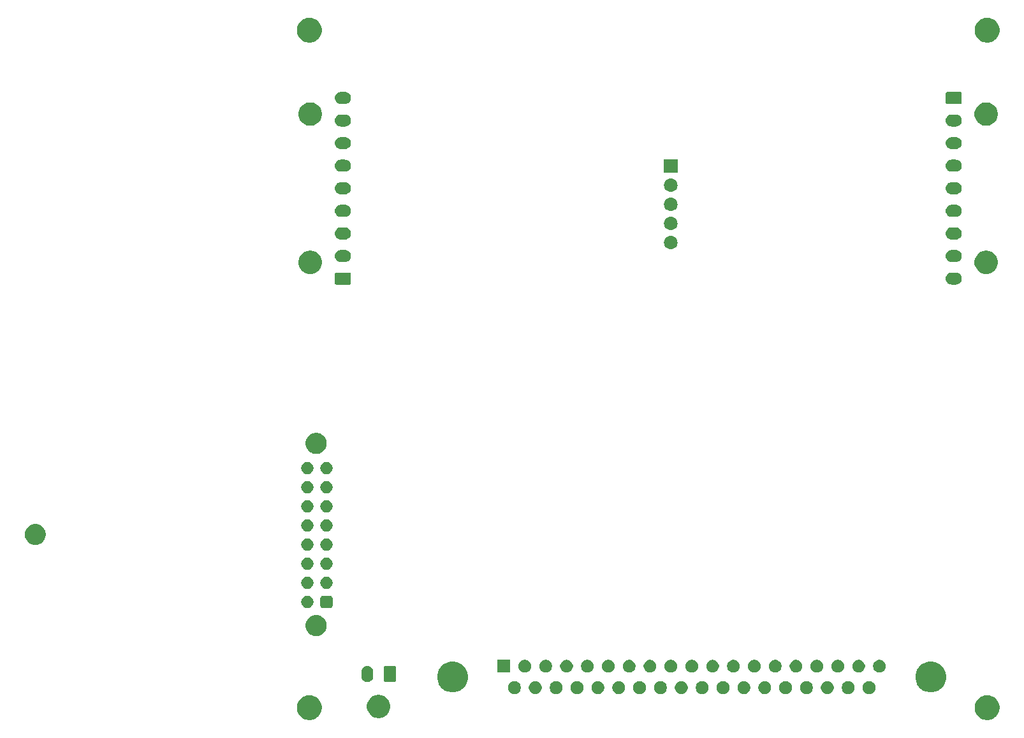
<source format=gbr>
G04 #@! TF.GenerationSoftware,KiCad,Pcbnew,(5.1.4)-1*
G04 #@! TF.CreationDate,2021-11-30T13:29:06-05:00*
G04 #@! TF.ProjectId,MC_Telem,4d435f54-656c-4656-9d2e-6b696361645f,rev?*
G04 #@! TF.SameCoordinates,Original*
G04 #@! TF.FileFunction,Soldermask,Bot*
G04 #@! TF.FilePolarity,Negative*
%FSLAX46Y46*%
G04 Gerber Fmt 4.6, Leading zero omitted, Abs format (unit mm)*
G04 Created by KiCad (PCBNEW (5.1.4)-1) date 2021-11-30 13:29:06*
%MOMM*%
%LPD*%
G04 APERTURE LIST*
%ADD10C,0.100000*%
G04 APERTURE END LIST*
D10*
G36*
X170375256Y-153391298D02*
G01*
X170481579Y-153412447D01*
X170782042Y-153536903D01*
X171052451Y-153717585D01*
X171282415Y-153947549D01*
X171463097Y-154217958D01*
X171463098Y-154217960D01*
X171587553Y-154518422D01*
X171651000Y-154837389D01*
X171651000Y-155162611D01*
X171608702Y-155375256D01*
X171587553Y-155481579D01*
X171463097Y-155782042D01*
X171282415Y-156052451D01*
X171052451Y-156282415D01*
X170782042Y-156463097D01*
X170481579Y-156587553D01*
X170375256Y-156608702D01*
X170162611Y-156651000D01*
X169837389Y-156651000D01*
X169624744Y-156608702D01*
X169518421Y-156587553D01*
X169217958Y-156463097D01*
X168947549Y-156282415D01*
X168717585Y-156052451D01*
X168536903Y-155782042D01*
X168412447Y-155481579D01*
X168391298Y-155375256D01*
X168349000Y-155162611D01*
X168349000Y-154837389D01*
X168412447Y-154518422D01*
X168536902Y-154217960D01*
X168536903Y-154217958D01*
X168717585Y-153947549D01*
X168947549Y-153717585D01*
X169217958Y-153536903D01*
X169518421Y-153412447D01*
X169624744Y-153391298D01*
X169837389Y-153349000D01*
X170162611Y-153349000D01*
X170375256Y-153391298D01*
X170375256Y-153391298D01*
G37*
G36*
X80375256Y-153391298D02*
G01*
X80481579Y-153412447D01*
X80782042Y-153536903D01*
X81052451Y-153717585D01*
X81282415Y-153947549D01*
X81463097Y-154217958D01*
X81463098Y-154217960D01*
X81587553Y-154518422D01*
X81651000Y-154837389D01*
X81651000Y-155162611D01*
X81608702Y-155375256D01*
X81587553Y-155481579D01*
X81463097Y-155782042D01*
X81282415Y-156052451D01*
X81052451Y-156282415D01*
X80782042Y-156463097D01*
X80481579Y-156587553D01*
X80375256Y-156608702D01*
X80162611Y-156651000D01*
X79837389Y-156651000D01*
X79624744Y-156608702D01*
X79518421Y-156587553D01*
X79217958Y-156463097D01*
X78947549Y-156282415D01*
X78717585Y-156052451D01*
X78536903Y-155782042D01*
X78412447Y-155481579D01*
X78391298Y-155375256D01*
X78349000Y-155162611D01*
X78349000Y-154837389D01*
X78412447Y-154518422D01*
X78536902Y-154217960D01*
X78536903Y-154217958D01*
X78717585Y-153947549D01*
X78947549Y-153717585D01*
X79217958Y-153536903D01*
X79518421Y-153412447D01*
X79624744Y-153391298D01*
X79837389Y-153349000D01*
X80162611Y-153349000D01*
X80375256Y-153391298D01*
X80375256Y-153391298D01*
G37*
G36*
X89502585Y-153323802D02*
G01*
X89652410Y-153353604D01*
X89934674Y-153470521D01*
X90188705Y-153640259D01*
X90404741Y-153856295D01*
X90574479Y-154110326D01*
X90691396Y-154392590D01*
X90751000Y-154692240D01*
X90751000Y-154997760D01*
X90691396Y-155297410D01*
X90574479Y-155579674D01*
X90404741Y-155833705D01*
X90188705Y-156049741D01*
X89934674Y-156219479D01*
X89652410Y-156336396D01*
X89502585Y-156366198D01*
X89352761Y-156396000D01*
X89047239Y-156396000D01*
X88897415Y-156366198D01*
X88747590Y-156336396D01*
X88465326Y-156219479D01*
X88211295Y-156049741D01*
X87995259Y-155833705D01*
X87825521Y-155579674D01*
X87708604Y-155297410D01*
X87649000Y-154997760D01*
X87649000Y-154692240D01*
X87708604Y-154392590D01*
X87825521Y-154110326D01*
X87995259Y-153856295D01*
X88211295Y-153640259D01*
X88465326Y-153470521D01*
X88747590Y-153353604D01*
X88897415Y-153323802D01*
X89047239Y-153294000D01*
X89352761Y-153294000D01*
X89502585Y-153323802D01*
X89502585Y-153323802D01*
G37*
G36*
X132413228Y-151521703D02*
G01*
X132568100Y-151585853D01*
X132707481Y-151678985D01*
X132826015Y-151797519D01*
X132919147Y-151936900D01*
X132983297Y-152091772D01*
X133016000Y-152256184D01*
X133016000Y-152423816D01*
X132983297Y-152588228D01*
X132919147Y-152743100D01*
X132826015Y-152882481D01*
X132707481Y-153001015D01*
X132568100Y-153094147D01*
X132413228Y-153158297D01*
X132248816Y-153191000D01*
X132081184Y-153191000D01*
X131916772Y-153158297D01*
X131761900Y-153094147D01*
X131622519Y-153001015D01*
X131503985Y-152882481D01*
X131410853Y-152743100D01*
X131346703Y-152588228D01*
X131314000Y-152423816D01*
X131314000Y-152256184D01*
X131346703Y-152091772D01*
X131410853Y-151936900D01*
X131503985Y-151797519D01*
X131622519Y-151678985D01*
X131761900Y-151585853D01*
X131916772Y-151521703D01*
X132081184Y-151489000D01*
X132248816Y-151489000D01*
X132413228Y-151521703D01*
X132413228Y-151521703D01*
G37*
G36*
X151803228Y-151521703D02*
G01*
X151958100Y-151585853D01*
X152097481Y-151678985D01*
X152216015Y-151797519D01*
X152309147Y-151936900D01*
X152373297Y-152091772D01*
X152406000Y-152256184D01*
X152406000Y-152423816D01*
X152373297Y-152588228D01*
X152309147Y-152743100D01*
X152216015Y-152882481D01*
X152097481Y-153001015D01*
X151958100Y-153094147D01*
X151803228Y-153158297D01*
X151638816Y-153191000D01*
X151471184Y-153191000D01*
X151306772Y-153158297D01*
X151151900Y-153094147D01*
X151012519Y-153001015D01*
X150893985Y-152882481D01*
X150800853Y-152743100D01*
X150736703Y-152588228D01*
X150704000Y-152423816D01*
X150704000Y-152256184D01*
X150736703Y-152091772D01*
X150800853Y-151936900D01*
X150893985Y-151797519D01*
X151012519Y-151678985D01*
X151151900Y-151585853D01*
X151306772Y-151521703D01*
X151471184Y-151489000D01*
X151638816Y-151489000D01*
X151803228Y-151521703D01*
X151803228Y-151521703D01*
G37*
G36*
X149033228Y-151521703D02*
G01*
X149188100Y-151585853D01*
X149327481Y-151678985D01*
X149446015Y-151797519D01*
X149539147Y-151936900D01*
X149603297Y-152091772D01*
X149636000Y-152256184D01*
X149636000Y-152423816D01*
X149603297Y-152588228D01*
X149539147Y-152743100D01*
X149446015Y-152882481D01*
X149327481Y-153001015D01*
X149188100Y-153094147D01*
X149033228Y-153158297D01*
X148868816Y-153191000D01*
X148701184Y-153191000D01*
X148536772Y-153158297D01*
X148381900Y-153094147D01*
X148242519Y-153001015D01*
X148123985Y-152882481D01*
X148030853Y-152743100D01*
X147966703Y-152588228D01*
X147934000Y-152423816D01*
X147934000Y-152256184D01*
X147966703Y-152091772D01*
X148030853Y-151936900D01*
X148123985Y-151797519D01*
X148242519Y-151678985D01*
X148381900Y-151585853D01*
X148536772Y-151521703D01*
X148701184Y-151489000D01*
X148868816Y-151489000D01*
X149033228Y-151521703D01*
X149033228Y-151521703D01*
G37*
G36*
X146263228Y-151521703D02*
G01*
X146418100Y-151585853D01*
X146557481Y-151678985D01*
X146676015Y-151797519D01*
X146769147Y-151936900D01*
X146833297Y-152091772D01*
X146866000Y-152256184D01*
X146866000Y-152423816D01*
X146833297Y-152588228D01*
X146769147Y-152743100D01*
X146676015Y-152882481D01*
X146557481Y-153001015D01*
X146418100Y-153094147D01*
X146263228Y-153158297D01*
X146098816Y-153191000D01*
X145931184Y-153191000D01*
X145766772Y-153158297D01*
X145611900Y-153094147D01*
X145472519Y-153001015D01*
X145353985Y-152882481D01*
X145260853Y-152743100D01*
X145196703Y-152588228D01*
X145164000Y-152423816D01*
X145164000Y-152256184D01*
X145196703Y-152091772D01*
X145260853Y-151936900D01*
X145353985Y-151797519D01*
X145472519Y-151678985D01*
X145611900Y-151585853D01*
X145766772Y-151521703D01*
X145931184Y-151489000D01*
X146098816Y-151489000D01*
X146263228Y-151521703D01*
X146263228Y-151521703D01*
G37*
G36*
X143493228Y-151521703D02*
G01*
X143648100Y-151585853D01*
X143787481Y-151678985D01*
X143906015Y-151797519D01*
X143999147Y-151936900D01*
X144063297Y-152091772D01*
X144096000Y-152256184D01*
X144096000Y-152423816D01*
X144063297Y-152588228D01*
X143999147Y-152743100D01*
X143906015Y-152882481D01*
X143787481Y-153001015D01*
X143648100Y-153094147D01*
X143493228Y-153158297D01*
X143328816Y-153191000D01*
X143161184Y-153191000D01*
X142996772Y-153158297D01*
X142841900Y-153094147D01*
X142702519Y-153001015D01*
X142583985Y-152882481D01*
X142490853Y-152743100D01*
X142426703Y-152588228D01*
X142394000Y-152423816D01*
X142394000Y-152256184D01*
X142426703Y-152091772D01*
X142490853Y-151936900D01*
X142583985Y-151797519D01*
X142702519Y-151678985D01*
X142841900Y-151585853D01*
X142996772Y-151521703D01*
X143161184Y-151489000D01*
X143328816Y-151489000D01*
X143493228Y-151521703D01*
X143493228Y-151521703D01*
G37*
G36*
X140723228Y-151521703D02*
G01*
X140878100Y-151585853D01*
X141017481Y-151678985D01*
X141136015Y-151797519D01*
X141229147Y-151936900D01*
X141293297Y-152091772D01*
X141326000Y-152256184D01*
X141326000Y-152423816D01*
X141293297Y-152588228D01*
X141229147Y-152743100D01*
X141136015Y-152882481D01*
X141017481Y-153001015D01*
X140878100Y-153094147D01*
X140723228Y-153158297D01*
X140558816Y-153191000D01*
X140391184Y-153191000D01*
X140226772Y-153158297D01*
X140071900Y-153094147D01*
X139932519Y-153001015D01*
X139813985Y-152882481D01*
X139720853Y-152743100D01*
X139656703Y-152588228D01*
X139624000Y-152423816D01*
X139624000Y-152256184D01*
X139656703Y-152091772D01*
X139720853Y-151936900D01*
X139813985Y-151797519D01*
X139932519Y-151678985D01*
X140071900Y-151585853D01*
X140226772Y-151521703D01*
X140391184Y-151489000D01*
X140558816Y-151489000D01*
X140723228Y-151521703D01*
X140723228Y-151521703D01*
G37*
G36*
X137953228Y-151521703D02*
G01*
X138108100Y-151585853D01*
X138247481Y-151678985D01*
X138366015Y-151797519D01*
X138459147Y-151936900D01*
X138523297Y-152091772D01*
X138556000Y-152256184D01*
X138556000Y-152423816D01*
X138523297Y-152588228D01*
X138459147Y-152743100D01*
X138366015Y-152882481D01*
X138247481Y-153001015D01*
X138108100Y-153094147D01*
X137953228Y-153158297D01*
X137788816Y-153191000D01*
X137621184Y-153191000D01*
X137456772Y-153158297D01*
X137301900Y-153094147D01*
X137162519Y-153001015D01*
X137043985Y-152882481D01*
X136950853Y-152743100D01*
X136886703Y-152588228D01*
X136854000Y-152423816D01*
X136854000Y-152256184D01*
X136886703Y-152091772D01*
X136950853Y-151936900D01*
X137043985Y-151797519D01*
X137162519Y-151678985D01*
X137301900Y-151585853D01*
X137456772Y-151521703D01*
X137621184Y-151489000D01*
X137788816Y-151489000D01*
X137953228Y-151521703D01*
X137953228Y-151521703D01*
G37*
G36*
X135183228Y-151521703D02*
G01*
X135338100Y-151585853D01*
X135477481Y-151678985D01*
X135596015Y-151797519D01*
X135689147Y-151936900D01*
X135753297Y-152091772D01*
X135786000Y-152256184D01*
X135786000Y-152423816D01*
X135753297Y-152588228D01*
X135689147Y-152743100D01*
X135596015Y-152882481D01*
X135477481Y-153001015D01*
X135338100Y-153094147D01*
X135183228Y-153158297D01*
X135018816Y-153191000D01*
X134851184Y-153191000D01*
X134686772Y-153158297D01*
X134531900Y-153094147D01*
X134392519Y-153001015D01*
X134273985Y-152882481D01*
X134180853Y-152743100D01*
X134116703Y-152588228D01*
X134084000Y-152423816D01*
X134084000Y-152256184D01*
X134116703Y-152091772D01*
X134180853Y-151936900D01*
X134273985Y-151797519D01*
X134392519Y-151678985D01*
X134531900Y-151585853D01*
X134686772Y-151521703D01*
X134851184Y-151489000D01*
X135018816Y-151489000D01*
X135183228Y-151521703D01*
X135183228Y-151521703D01*
G37*
G36*
X126873228Y-151521703D02*
G01*
X127028100Y-151585853D01*
X127167481Y-151678985D01*
X127286015Y-151797519D01*
X127379147Y-151936900D01*
X127443297Y-152091772D01*
X127476000Y-152256184D01*
X127476000Y-152423816D01*
X127443297Y-152588228D01*
X127379147Y-152743100D01*
X127286015Y-152882481D01*
X127167481Y-153001015D01*
X127028100Y-153094147D01*
X126873228Y-153158297D01*
X126708816Y-153191000D01*
X126541184Y-153191000D01*
X126376772Y-153158297D01*
X126221900Y-153094147D01*
X126082519Y-153001015D01*
X125963985Y-152882481D01*
X125870853Y-152743100D01*
X125806703Y-152588228D01*
X125774000Y-152423816D01*
X125774000Y-152256184D01*
X125806703Y-152091772D01*
X125870853Y-151936900D01*
X125963985Y-151797519D01*
X126082519Y-151678985D01*
X126221900Y-151585853D01*
X126376772Y-151521703D01*
X126541184Y-151489000D01*
X126708816Y-151489000D01*
X126873228Y-151521703D01*
X126873228Y-151521703D01*
G37*
G36*
X124103228Y-151521703D02*
G01*
X124258100Y-151585853D01*
X124397481Y-151678985D01*
X124516015Y-151797519D01*
X124609147Y-151936900D01*
X124673297Y-152091772D01*
X124706000Y-152256184D01*
X124706000Y-152423816D01*
X124673297Y-152588228D01*
X124609147Y-152743100D01*
X124516015Y-152882481D01*
X124397481Y-153001015D01*
X124258100Y-153094147D01*
X124103228Y-153158297D01*
X123938816Y-153191000D01*
X123771184Y-153191000D01*
X123606772Y-153158297D01*
X123451900Y-153094147D01*
X123312519Y-153001015D01*
X123193985Y-152882481D01*
X123100853Y-152743100D01*
X123036703Y-152588228D01*
X123004000Y-152423816D01*
X123004000Y-152256184D01*
X123036703Y-152091772D01*
X123100853Y-151936900D01*
X123193985Y-151797519D01*
X123312519Y-151678985D01*
X123451900Y-151585853D01*
X123606772Y-151521703D01*
X123771184Y-151489000D01*
X123938816Y-151489000D01*
X124103228Y-151521703D01*
X124103228Y-151521703D01*
G37*
G36*
X121333228Y-151521703D02*
G01*
X121488100Y-151585853D01*
X121627481Y-151678985D01*
X121746015Y-151797519D01*
X121839147Y-151936900D01*
X121903297Y-152091772D01*
X121936000Y-152256184D01*
X121936000Y-152423816D01*
X121903297Y-152588228D01*
X121839147Y-152743100D01*
X121746015Y-152882481D01*
X121627481Y-153001015D01*
X121488100Y-153094147D01*
X121333228Y-153158297D01*
X121168816Y-153191000D01*
X121001184Y-153191000D01*
X120836772Y-153158297D01*
X120681900Y-153094147D01*
X120542519Y-153001015D01*
X120423985Y-152882481D01*
X120330853Y-152743100D01*
X120266703Y-152588228D01*
X120234000Y-152423816D01*
X120234000Y-152256184D01*
X120266703Y-152091772D01*
X120330853Y-151936900D01*
X120423985Y-151797519D01*
X120542519Y-151678985D01*
X120681900Y-151585853D01*
X120836772Y-151521703D01*
X121001184Y-151489000D01*
X121168816Y-151489000D01*
X121333228Y-151521703D01*
X121333228Y-151521703D01*
G37*
G36*
X118563228Y-151521703D02*
G01*
X118718100Y-151585853D01*
X118857481Y-151678985D01*
X118976015Y-151797519D01*
X119069147Y-151936900D01*
X119133297Y-152091772D01*
X119166000Y-152256184D01*
X119166000Y-152423816D01*
X119133297Y-152588228D01*
X119069147Y-152743100D01*
X118976015Y-152882481D01*
X118857481Y-153001015D01*
X118718100Y-153094147D01*
X118563228Y-153158297D01*
X118398816Y-153191000D01*
X118231184Y-153191000D01*
X118066772Y-153158297D01*
X117911900Y-153094147D01*
X117772519Y-153001015D01*
X117653985Y-152882481D01*
X117560853Y-152743100D01*
X117496703Y-152588228D01*
X117464000Y-152423816D01*
X117464000Y-152256184D01*
X117496703Y-152091772D01*
X117560853Y-151936900D01*
X117653985Y-151797519D01*
X117772519Y-151678985D01*
X117911900Y-151585853D01*
X118066772Y-151521703D01*
X118231184Y-151489000D01*
X118398816Y-151489000D01*
X118563228Y-151521703D01*
X118563228Y-151521703D01*
G37*
G36*
X115793228Y-151521703D02*
G01*
X115948100Y-151585853D01*
X116087481Y-151678985D01*
X116206015Y-151797519D01*
X116299147Y-151936900D01*
X116363297Y-152091772D01*
X116396000Y-152256184D01*
X116396000Y-152423816D01*
X116363297Y-152588228D01*
X116299147Y-152743100D01*
X116206015Y-152882481D01*
X116087481Y-153001015D01*
X115948100Y-153094147D01*
X115793228Y-153158297D01*
X115628816Y-153191000D01*
X115461184Y-153191000D01*
X115296772Y-153158297D01*
X115141900Y-153094147D01*
X115002519Y-153001015D01*
X114883985Y-152882481D01*
X114790853Y-152743100D01*
X114726703Y-152588228D01*
X114694000Y-152423816D01*
X114694000Y-152256184D01*
X114726703Y-152091772D01*
X114790853Y-151936900D01*
X114883985Y-151797519D01*
X115002519Y-151678985D01*
X115141900Y-151585853D01*
X115296772Y-151521703D01*
X115461184Y-151489000D01*
X115628816Y-151489000D01*
X115793228Y-151521703D01*
X115793228Y-151521703D01*
G37*
G36*
X113023228Y-151521703D02*
G01*
X113178100Y-151585853D01*
X113317481Y-151678985D01*
X113436015Y-151797519D01*
X113529147Y-151936900D01*
X113593297Y-152091772D01*
X113626000Y-152256184D01*
X113626000Y-152423816D01*
X113593297Y-152588228D01*
X113529147Y-152743100D01*
X113436015Y-152882481D01*
X113317481Y-153001015D01*
X113178100Y-153094147D01*
X113023228Y-153158297D01*
X112858816Y-153191000D01*
X112691184Y-153191000D01*
X112526772Y-153158297D01*
X112371900Y-153094147D01*
X112232519Y-153001015D01*
X112113985Y-152882481D01*
X112020853Y-152743100D01*
X111956703Y-152588228D01*
X111924000Y-152423816D01*
X111924000Y-152256184D01*
X111956703Y-152091772D01*
X112020853Y-151936900D01*
X112113985Y-151797519D01*
X112232519Y-151678985D01*
X112371900Y-151585853D01*
X112526772Y-151521703D01*
X112691184Y-151489000D01*
X112858816Y-151489000D01*
X113023228Y-151521703D01*
X113023228Y-151521703D01*
G37*
G36*
X110253228Y-151521703D02*
G01*
X110408100Y-151585853D01*
X110547481Y-151678985D01*
X110666015Y-151797519D01*
X110759147Y-151936900D01*
X110823297Y-152091772D01*
X110856000Y-152256184D01*
X110856000Y-152423816D01*
X110823297Y-152588228D01*
X110759147Y-152743100D01*
X110666015Y-152882481D01*
X110547481Y-153001015D01*
X110408100Y-153094147D01*
X110253228Y-153158297D01*
X110088816Y-153191000D01*
X109921184Y-153191000D01*
X109756772Y-153158297D01*
X109601900Y-153094147D01*
X109462519Y-153001015D01*
X109343985Y-152882481D01*
X109250853Y-152743100D01*
X109186703Y-152588228D01*
X109154000Y-152423816D01*
X109154000Y-152256184D01*
X109186703Y-152091772D01*
X109250853Y-151936900D01*
X109343985Y-151797519D01*
X109462519Y-151678985D01*
X109601900Y-151585853D01*
X109756772Y-151521703D01*
X109921184Y-151489000D01*
X110088816Y-151489000D01*
X110253228Y-151521703D01*
X110253228Y-151521703D01*
G37*
G36*
X154573228Y-151521703D02*
G01*
X154728100Y-151585853D01*
X154867481Y-151678985D01*
X154986015Y-151797519D01*
X155079147Y-151936900D01*
X155143297Y-152091772D01*
X155176000Y-152256184D01*
X155176000Y-152423816D01*
X155143297Y-152588228D01*
X155079147Y-152743100D01*
X154986015Y-152882481D01*
X154867481Y-153001015D01*
X154728100Y-153094147D01*
X154573228Y-153158297D01*
X154408816Y-153191000D01*
X154241184Y-153191000D01*
X154076772Y-153158297D01*
X153921900Y-153094147D01*
X153782519Y-153001015D01*
X153663985Y-152882481D01*
X153570853Y-152743100D01*
X153506703Y-152588228D01*
X153474000Y-152423816D01*
X153474000Y-152256184D01*
X153506703Y-152091772D01*
X153570853Y-151936900D01*
X153663985Y-151797519D01*
X153782519Y-151678985D01*
X153921900Y-151585853D01*
X154076772Y-151521703D01*
X154241184Y-151489000D01*
X154408816Y-151489000D01*
X154573228Y-151521703D01*
X154573228Y-151521703D01*
G37*
G36*
X107483228Y-151521703D02*
G01*
X107638100Y-151585853D01*
X107777481Y-151678985D01*
X107896015Y-151797519D01*
X107989147Y-151936900D01*
X108053297Y-152091772D01*
X108086000Y-152256184D01*
X108086000Y-152423816D01*
X108053297Y-152588228D01*
X107989147Y-152743100D01*
X107896015Y-152882481D01*
X107777481Y-153001015D01*
X107638100Y-153094147D01*
X107483228Y-153158297D01*
X107318816Y-153191000D01*
X107151184Y-153191000D01*
X106986772Y-153158297D01*
X106831900Y-153094147D01*
X106692519Y-153001015D01*
X106573985Y-152882481D01*
X106480853Y-152743100D01*
X106416703Y-152588228D01*
X106384000Y-152423816D01*
X106384000Y-152256184D01*
X106416703Y-152091772D01*
X106480853Y-151936900D01*
X106573985Y-151797519D01*
X106692519Y-151678985D01*
X106831900Y-151585853D01*
X106986772Y-151521703D01*
X107151184Y-151489000D01*
X107318816Y-151489000D01*
X107483228Y-151521703D01*
X107483228Y-151521703D01*
G37*
G36*
X129643228Y-151521703D02*
G01*
X129798100Y-151585853D01*
X129937481Y-151678985D01*
X130056015Y-151797519D01*
X130149147Y-151936900D01*
X130213297Y-152091772D01*
X130246000Y-152256184D01*
X130246000Y-152423816D01*
X130213297Y-152588228D01*
X130149147Y-152743100D01*
X130056015Y-152882481D01*
X129937481Y-153001015D01*
X129798100Y-153094147D01*
X129643228Y-153158297D01*
X129478816Y-153191000D01*
X129311184Y-153191000D01*
X129146772Y-153158297D01*
X128991900Y-153094147D01*
X128852519Y-153001015D01*
X128733985Y-152882481D01*
X128640853Y-152743100D01*
X128576703Y-152588228D01*
X128544000Y-152423816D01*
X128544000Y-152256184D01*
X128576703Y-152091772D01*
X128640853Y-151936900D01*
X128733985Y-151797519D01*
X128852519Y-151678985D01*
X128991900Y-151585853D01*
X129146772Y-151521703D01*
X129311184Y-151489000D01*
X129478816Y-151489000D01*
X129643228Y-151521703D01*
X129643228Y-151521703D01*
G37*
G36*
X99628254Y-148947818D02*
G01*
X99988170Y-149096900D01*
X100001513Y-149102427D01*
X100337436Y-149326884D01*
X100623116Y-149612564D01*
X100760275Y-149817836D01*
X100847574Y-149948489D01*
X101002182Y-150321746D01*
X101081000Y-150717993D01*
X101081000Y-151122007D01*
X101002182Y-151518254D01*
X100886506Y-151797520D01*
X100847573Y-151891513D01*
X100623116Y-152227436D01*
X100337436Y-152513116D01*
X100001513Y-152737573D01*
X100001512Y-152737574D01*
X100001511Y-152737574D01*
X99628254Y-152892182D01*
X99232007Y-152971000D01*
X98827993Y-152971000D01*
X98431746Y-152892182D01*
X98058489Y-152737574D01*
X98058488Y-152737574D01*
X98058487Y-152737573D01*
X97722564Y-152513116D01*
X97436884Y-152227436D01*
X97212427Y-151891513D01*
X97173494Y-151797520D01*
X97057818Y-151518254D01*
X96979000Y-151122007D01*
X96979000Y-150717993D01*
X97057818Y-150321746D01*
X97212426Y-149948489D01*
X97299726Y-149817836D01*
X97436884Y-149612564D01*
X97722564Y-149326884D01*
X98058487Y-149102427D01*
X98071830Y-149096900D01*
X98431746Y-148947818D01*
X98827993Y-148869000D01*
X99232007Y-148869000D01*
X99628254Y-148947818D01*
X99628254Y-148947818D01*
G37*
G36*
X163128254Y-148947818D02*
G01*
X163488170Y-149096900D01*
X163501513Y-149102427D01*
X163837436Y-149326884D01*
X164123116Y-149612564D01*
X164260275Y-149817836D01*
X164347574Y-149948489D01*
X164502182Y-150321746D01*
X164581000Y-150717993D01*
X164581000Y-151122007D01*
X164502182Y-151518254D01*
X164386506Y-151797520D01*
X164347573Y-151891513D01*
X164123116Y-152227436D01*
X163837436Y-152513116D01*
X163501513Y-152737573D01*
X163501512Y-152737574D01*
X163501511Y-152737574D01*
X163128254Y-152892182D01*
X162732007Y-152971000D01*
X162327993Y-152971000D01*
X161931746Y-152892182D01*
X161558489Y-152737574D01*
X161558488Y-152737574D01*
X161558487Y-152737573D01*
X161222564Y-152513116D01*
X160936884Y-152227436D01*
X160712427Y-151891513D01*
X160673494Y-151797520D01*
X160557818Y-151518254D01*
X160479000Y-151122007D01*
X160479000Y-150717993D01*
X160557818Y-150321746D01*
X160712426Y-149948489D01*
X160799726Y-149817836D01*
X160936884Y-149612564D01*
X161222564Y-149326884D01*
X161558487Y-149102427D01*
X161571830Y-149096900D01*
X161931746Y-148947818D01*
X162327993Y-148869000D01*
X162732007Y-148869000D01*
X163128254Y-148947818D01*
X163128254Y-148947818D01*
G37*
G36*
X87857023Y-149475590D02*
G01*
X87922512Y-149495456D01*
X88008013Y-149521392D01*
X88147165Y-149595771D01*
X88269133Y-149695867D01*
X88369229Y-149817835D01*
X88443608Y-149956987D01*
X88443608Y-149956988D01*
X88489410Y-150107977D01*
X88501000Y-150225655D01*
X88501000Y-150824345D01*
X88489410Y-150942023D01*
X88458875Y-151042682D01*
X88443608Y-151093013D01*
X88428110Y-151122007D01*
X88369229Y-151232165D01*
X88269133Y-151354133D01*
X88166881Y-151438048D01*
X88147164Y-151454229D01*
X88008012Y-151528608D01*
X87957681Y-151543875D01*
X87857022Y-151574410D01*
X87700000Y-151589875D01*
X87542977Y-151574410D01*
X87442318Y-151543875D01*
X87391987Y-151528608D01*
X87252835Y-151454229D01*
X87182118Y-151396193D01*
X87130867Y-151354133D01*
X87030771Y-151232164D01*
X86956392Y-151093012D01*
X86941125Y-151042681D01*
X86910590Y-150942022D01*
X86899000Y-150824344D01*
X86899000Y-150225655D01*
X86910590Y-150107977D01*
X86956392Y-149956988D01*
X86956392Y-149956987D01*
X86993582Y-149887412D01*
X87030772Y-149817835D01*
X87130868Y-149695867D01*
X87252836Y-149595771D01*
X87286807Y-149577613D01*
X87391988Y-149521392D01*
X87477489Y-149495456D01*
X87542978Y-149475590D01*
X87700000Y-149460125D01*
X87857023Y-149475590D01*
X87857023Y-149475590D01*
G37*
G36*
X91353048Y-149468122D02*
G01*
X91387387Y-149478539D01*
X91419036Y-149495456D01*
X91446778Y-149518222D01*
X91469544Y-149545964D01*
X91486461Y-149577613D01*
X91496878Y-149611952D01*
X91501000Y-149653807D01*
X91501000Y-151396193D01*
X91496878Y-151438048D01*
X91486461Y-151472387D01*
X91469544Y-151504036D01*
X91446778Y-151531778D01*
X91419036Y-151554544D01*
X91387387Y-151571461D01*
X91353048Y-151581878D01*
X91311193Y-151586000D01*
X90088807Y-151586000D01*
X90046952Y-151581878D01*
X90012613Y-151571461D01*
X89980964Y-151554544D01*
X89953222Y-151531778D01*
X89930456Y-151504036D01*
X89913539Y-151472387D01*
X89903122Y-151438048D01*
X89899000Y-151396193D01*
X89899000Y-149653807D01*
X89903122Y-149611952D01*
X89913539Y-149577613D01*
X89930456Y-149545964D01*
X89953222Y-149518222D01*
X89980964Y-149495456D01*
X90012613Y-149478539D01*
X90046952Y-149468122D01*
X90088807Y-149464000D01*
X91311193Y-149464000D01*
X91353048Y-149468122D01*
X91353048Y-149468122D01*
G37*
G36*
X153188228Y-148681703D02*
G01*
X153343100Y-148745853D01*
X153482481Y-148838985D01*
X153601015Y-148957519D01*
X153694147Y-149096900D01*
X153758297Y-149251772D01*
X153791000Y-149416184D01*
X153791000Y-149583816D01*
X153758297Y-149748228D01*
X153694147Y-149903100D01*
X153601015Y-150042481D01*
X153482481Y-150161015D01*
X153343100Y-150254147D01*
X153188228Y-150318297D01*
X153023816Y-150351000D01*
X152856184Y-150351000D01*
X152691772Y-150318297D01*
X152536900Y-150254147D01*
X152397519Y-150161015D01*
X152278985Y-150042481D01*
X152185853Y-149903100D01*
X152121703Y-149748228D01*
X152089000Y-149583816D01*
X152089000Y-149416184D01*
X152121703Y-149251772D01*
X152185853Y-149096900D01*
X152278985Y-148957519D01*
X152397519Y-148838985D01*
X152536900Y-148745853D01*
X152691772Y-148681703D01*
X152856184Y-148649000D01*
X153023816Y-148649000D01*
X153188228Y-148681703D01*
X153188228Y-148681703D01*
G37*
G36*
X106701000Y-150351000D02*
G01*
X104999000Y-150351000D01*
X104999000Y-148649000D01*
X106701000Y-148649000D01*
X106701000Y-150351000D01*
X106701000Y-150351000D01*
G37*
G36*
X108868228Y-148681703D02*
G01*
X109023100Y-148745853D01*
X109162481Y-148838985D01*
X109281015Y-148957519D01*
X109374147Y-149096900D01*
X109438297Y-149251772D01*
X109471000Y-149416184D01*
X109471000Y-149583816D01*
X109438297Y-149748228D01*
X109374147Y-149903100D01*
X109281015Y-150042481D01*
X109162481Y-150161015D01*
X109023100Y-150254147D01*
X108868228Y-150318297D01*
X108703816Y-150351000D01*
X108536184Y-150351000D01*
X108371772Y-150318297D01*
X108216900Y-150254147D01*
X108077519Y-150161015D01*
X107958985Y-150042481D01*
X107865853Y-149903100D01*
X107801703Y-149748228D01*
X107769000Y-149583816D01*
X107769000Y-149416184D01*
X107801703Y-149251772D01*
X107865853Y-149096900D01*
X107958985Y-148957519D01*
X108077519Y-148838985D01*
X108216900Y-148745853D01*
X108371772Y-148681703D01*
X108536184Y-148649000D01*
X108703816Y-148649000D01*
X108868228Y-148681703D01*
X108868228Y-148681703D01*
G37*
G36*
X111638228Y-148681703D02*
G01*
X111793100Y-148745853D01*
X111932481Y-148838985D01*
X112051015Y-148957519D01*
X112144147Y-149096900D01*
X112208297Y-149251772D01*
X112241000Y-149416184D01*
X112241000Y-149583816D01*
X112208297Y-149748228D01*
X112144147Y-149903100D01*
X112051015Y-150042481D01*
X111932481Y-150161015D01*
X111793100Y-150254147D01*
X111638228Y-150318297D01*
X111473816Y-150351000D01*
X111306184Y-150351000D01*
X111141772Y-150318297D01*
X110986900Y-150254147D01*
X110847519Y-150161015D01*
X110728985Y-150042481D01*
X110635853Y-149903100D01*
X110571703Y-149748228D01*
X110539000Y-149583816D01*
X110539000Y-149416184D01*
X110571703Y-149251772D01*
X110635853Y-149096900D01*
X110728985Y-148957519D01*
X110847519Y-148838985D01*
X110986900Y-148745853D01*
X111141772Y-148681703D01*
X111306184Y-148649000D01*
X111473816Y-148649000D01*
X111638228Y-148681703D01*
X111638228Y-148681703D01*
G37*
G36*
X114408228Y-148681703D02*
G01*
X114563100Y-148745853D01*
X114702481Y-148838985D01*
X114821015Y-148957519D01*
X114914147Y-149096900D01*
X114978297Y-149251772D01*
X115011000Y-149416184D01*
X115011000Y-149583816D01*
X114978297Y-149748228D01*
X114914147Y-149903100D01*
X114821015Y-150042481D01*
X114702481Y-150161015D01*
X114563100Y-150254147D01*
X114408228Y-150318297D01*
X114243816Y-150351000D01*
X114076184Y-150351000D01*
X113911772Y-150318297D01*
X113756900Y-150254147D01*
X113617519Y-150161015D01*
X113498985Y-150042481D01*
X113405853Y-149903100D01*
X113341703Y-149748228D01*
X113309000Y-149583816D01*
X113309000Y-149416184D01*
X113341703Y-149251772D01*
X113405853Y-149096900D01*
X113498985Y-148957519D01*
X113617519Y-148838985D01*
X113756900Y-148745853D01*
X113911772Y-148681703D01*
X114076184Y-148649000D01*
X114243816Y-148649000D01*
X114408228Y-148681703D01*
X114408228Y-148681703D01*
G37*
G36*
X117178228Y-148681703D02*
G01*
X117333100Y-148745853D01*
X117472481Y-148838985D01*
X117591015Y-148957519D01*
X117684147Y-149096900D01*
X117748297Y-149251772D01*
X117781000Y-149416184D01*
X117781000Y-149583816D01*
X117748297Y-149748228D01*
X117684147Y-149903100D01*
X117591015Y-150042481D01*
X117472481Y-150161015D01*
X117333100Y-150254147D01*
X117178228Y-150318297D01*
X117013816Y-150351000D01*
X116846184Y-150351000D01*
X116681772Y-150318297D01*
X116526900Y-150254147D01*
X116387519Y-150161015D01*
X116268985Y-150042481D01*
X116175853Y-149903100D01*
X116111703Y-149748228D01*
X116079000Y-149583816D01*
X116079000Y-149416184D01*
X116111703Y-149251772D01*
X116175853Y-149096900D01*
X116268985Y-148957519D01*
X116387519Y-148838985D01*
X116526900Y-148745853D01*
X116681772Y-148681703D01*
X116846184Y-148649000D01*
X117013816Y-148649000D01*
X117178228Y-148681703D01*
X117178228Y-148681703D01*
G37*
G36*
X119948228Y-148681703D02*
G01*
X120103100Y-148745853D01*
X120242481Y-148838985D01*
X120361015Y-148957519D01*
X120454147Y-149096900D01*
X120518297Y-149251772D01*
X120551000Y-149416184D01*
X120551000Y-149583816D01*
X120518297Y-149748228D01*
X120454147Y-149903100D01*
X120361015Y-150042481D01*
X120242481Y-150161015D01*
X120103100Y-150254147D01*
X119948228Y-150318297D01*
X119783816Y-150351000D01*
X119616184Y-150351000D01*
X119451772Y-150318297D01*
X119296900Y-150254147D01*
X119157519Y-150161015D01*
X119038985Y-150042481D01*
X118945853Y-149903100D01*
X118881703Y-149748228D01*
X118849000Y-149583816D01*
X118849000Y-149416184D01*
X118881703Y-149251772D01*
X118945853Y-149096900D01*
X119038985Y-148957519D01*
X119157519Y-148838985D01*
X119296900Y-148745853D01*
X119451772Y-148681703D01*
X119616184Y-148649000D01*
X119783816Y-148649000D01*
X119948228Y-148681703D01*
X119948228Y-148681703D01*
G37*
G36*
X122718228Y-148681703D02*
G01*
X122873100Y-148745853D01*
X123012481Y-148838985D01*
X123131015Y-148957519D01*
X123224147Y-149096900D01*
X123288297Y-149251772D01*
X123321000Y-149416184D01*
X123321000Y-149583816D01*
X123288297Y-149748228D01*
X123224147Y-149903100D01*
X123131015Y-150042481D01*
X123012481Y-150161015D01*
X122873100Y-150254147D01*
X122718228Y-150318297D01*
X122553816Y-150351000D01*
X122386184Y-150351000D01*
X122221772Y-150318297D01*
X122066900Y-150254147D01*
X121927519Y-150161015D01*
X121808985Y-150042481D01*
X121715853Y-149903100D01*
X121651703Y-149748228D01*
X121619000Y-149583816D01*
X121619000Y-149416184D01*
X121651703Y-149251772D01*
X121715853Y-149096900D01*
X121808985Y-148957519D01*
X121927519Y-148838985D01*
X122066900Y-148745853D01*
X122221772Y-148681703D01*
X122386184Y-148649000D01*
X122553816Y-148649000D01*
X122718228Y-148681703D01*
X122718228Y-148681703D01*
G37*
G36*
X125488228Y-148681703D02*
G01*
X125643100Y-148745853D01*
X125782481Y-148838985D01*
X125901015Y-148957519D01*
X125994147Y-149096900D01*
X126058297Y-149251772D01*
X126091000Y-149416184D01*
X126091000Y-149583816D01*
X126058297Y-149748228D01*
X125994147Y-149903100D01*
X125901015Y-150042481D01*
X125782481Y-150161015D01*
X125643100Y-150254147D01*
X125488228Y-150318297D01*
X125323816Y-150351000D01*
X125156184Y-150351000D01*
X124991772Y-150318297D01*
X124836900Y-150254147D01*
X124697519Y-150161015D01*
X124578985Y-150042481D01*
X124485853Y-149903100D01*
X124421703Y-149748228D01*
X124389000Y-149583816D01*
X124389000Y-149416184D01*
X124421703Y-149251772D01*
X124485853Y-149096900D01*
X124578985Y-148957519D01*
X124697519Y-148838985D01*
X124836900Y-148745853D01*
X124991772Y-148681703D01*
X125156184Y-148649000D01*
X125323816Y-148649000D01*
X125488228Y-148681703D01*
X125488228Y-148681703D01*
G37*
G36*
X128258228Y-148681703D02*
G01*
X128413100Y-148745853D01*
X128552481Y-148838985D01*
X128671015Y-148957519D01*
X128764147Y-149096900D01*
X128828297Y-149251772D01*
X128861000Y-149416184D01*
X128861000Y-149583816D01*
X128828297Y-149748228D01*
X128764147Y-149903100D01*
X128671015Y-150042481D01*
X128552481Y-150161015D01*
X128413100Y-150254147D01*
X128258228Y-150318297D01*
X128093816Y-150351000D01*
X127926184Y-150351000D01*
X127761772Y-150318297D01*
X127606900Y-150254147D01*
X127467519Y-150161015D01*
X127348985Y-150042481D01*
X127255853Y-149903100D01*
X127191703Y-149748228D01*
X127159000Y-149583816D01*
X127159000Y-149416184D01*
X127191703Y-149251772D01*
X127255853Y-149096900D01*
X127348985Y-148957519D01*
X127467519Y-148838985D01*
X127606900Y-148745853D01*
X127761772Y-148681703D01*
X127926184Y-148649000D01*
X128093816Y-148649000D01*
X128258228Y-148681703D01*
X128258228Y-148681703D01*
G37*
G36*
X131028228Y-148681703D02*
G01*
X131183100Y-148745853D01*
X131322481Y-148838985D01*
X131441015Y-148957519D01*
X131534147Y-149096900D01*
X131598297Y-149251772D01*
X131631000Y-149416184D01*
X131631000Y-149583816D01*
X131598297Y-149748228D01*
X131534147Y-149903100D01*
X131441015Y-150042481D01*
X131322481Y-150161015D01*
X131183100Y-150254147D01*
X131028228Y-150318297D01*
X130863816Y-150351000D01*
X130696184Y-150351000D01*
X130531772Y-150318297D01*
X130376900Y-150254147D01*
X130237519Y-150161015D01*
X130118985Y-150042481D01*
X130025853Y-149903100D01*
X129961703Y-149748228D01*
X129929000Y-149583816D01*
X129929000Y-149416184D01*
X129961703Y-149251772D01*
X130025853Y-149096900D01*
X130118985Y-148957519D01*
X130237519Y-148838985D01*
X130376900Y-148745853D01*
X130531772Y-148681703D01*
X130696184Y-148649000D01*
X130863816Y-148649000D01*
X131028228Y-148681703D01*
X131028228Y-148681703D01*
G37*
G36*
X133798228Y-148681703D02*
G01*
X133953100Y-148745853D01*
X134092481Y-148838985D01*
X134211015Y-148957519D01*
X134304147Y-149096900D01*
X134368297Y-149251772D01*
X134401000Y-149416184D01*
X134401000Y-149583816D01*
X134368297Y-149748228D01*
X134304147Y-149903100D01*
X134211015Y-150042481D01*
X134092481Y-150161015D01*
X133953100Y-150254147D01*
X133798228Y-150318297D01*
X133633816Y-150351000D01*
X133466184Y-150351000D01*
X133301772Y-150318297D01*
X133146900Y-150254147D01*
X133007519Y-150161015D01*
X132888985Y-150042481D01*
X132795853Y-149903100D01*
X132731703Y-149748228D01*
X132699000Y-149583816D01*
X132699000Y-149416184D01*
X132731703Y-149251772D01*
X132795853Y-149096900D01*
X132888985Y-148957519D01*
X133007519Y-148838985D01*
X133146900Y-148745853D01*
X133301772Y-148681703D01*
X133466184Y-148649000D01*
X133633816Y-148649000D01*
X133798228Y-148681703D01*
X133798228Y-148681703D01*
G37*
G36*
X136568228Y-148681703D02*
G01*
X136723100Y-148745853D01*
X136862481Y-148838985D01*
X136981015Y-148957519D01*
X137074147Y-149096900D01*
X137138297Y-149251772D01*
X137171000Y-149416184D01*
X137171000Y-149583816D01*
X137138297Y-149748228D01*
X137074147Y-149903100D01*
X136981015Y-150042481D01*
X136862481Y-150161015D01*
X136723100Y-150254147D01*
X136568228Y-150318297D01*
X136403816Y-150351000D01*
X136236184Y-150351000D01*
X136071772Y-150318297D01*
X135916900Y-150254147D01*
X135777519Y-150161015D01*
X135658985Y-150042481D01*
X135565853Y-149903100D01*
X135501703Y-149748228D01*
X135469000Y-149583816D01*
X135469000Y-149416184D01*
X135501703Y-149251772D01*
X135565853Y-149096900D01*
X135658985Y-148957519D01*
X135777519Y-148838985D01*
X135916900Y-148745853D01*
X136071772Y-148681703D01*
X136236184Y-148649000D01*
X136403816Y-148649000D01*
X136568228Y-148681703D01*
X136568228Y-148681703D01*
G37*
G36*
X139338228Y-148681703D02*
G01*
X139493100Y-148745853D01*
X139632481Y-148838985D01*
X139751015Y-148957519D01*
X139844147Y-149096900D01*
X139908297Y-149251772D01*
X139941000Y-149416184D01*
X139941000Y-149583816D01*
X139908297Y-149748228D01*
X139844147Y-149903100D01*
X139751015Y-150042481D01*
X139632481Y-150161015D01*
X139493100Y-150254147D01*
X139338228Y-150318297D01*
X139173816Y-150351000D01*
X139006184Y-150351000D01*
X138841772Y-150318297D01*
X138686900Y-150254147D01*
X138547519Y-150161015D01*
X138428985Y-150042481D01*
X138335853Y-149903100D01*
X138271703Y-149748228D01*
X138239000Y-149583816D01*
X138239000Y-149416184D01*
X138271703Y-149251772D01*
X138335853Y-149096900D01*
X138428985Y-148957519D01*
X138547519Y-148838985D01*
X138686900Y-148745853D01*
X138841772Y-148681703D01*
X139006184Y-148649000D01*
X139173816Y-148649000D01*
X139338228Y-148681703D01*
X139338228Y-148681703D01*
G37*
G36*
X142108228Y-148681703D02*
G01*
X142263100Y-148745853D01*
X142402481Y-148838985D01*
X142521015Y-148957519D01*
X142614147Y-149096900D01*
X142678297Y-149251772D01*
X142711000Y-149416184D01*
X142711000Y-149583816D01*
X142678297Y-149748228D01*
X142614147Y-149903100D01*
X142521015Y-150042481D01*
X142402481Y-150161015D01*
X142263100Y-150254147D01*
X142108228Y-150318297D01*
X141943816Y-150351000D01*
X141776184Y-150351000D01*
X141611772Y-150318297D01*
X141456900Y-150254147D01*
X141317519Y-150161015D01*
X141198985Y-150042481D01*
X141105853Y-149903100D01*
X141041703Y-149748228D01*
X141009000Y-149583816D01*
X141009000Y-149416184D01*
X141041703Y-149251772D01*
X141105853Y-149096900D01*
X141198985Y-148957519D01*
X141317519Y-148838985D01*
X141456900Y-148745853D01*
X141611772Y-148681703D01*
X141776184Y-148649000D01*
X141943816Y-148649000D01*
X142108228Y-148681703D01*
X142108228Y-148681703D01*
G37*
G36*
X144878228Y-148681703D02*
G01*
X145033100Y-148745853D01*
X145172481Y-148838985D01*
X145291015Y-148957519D01*
X145384147Y-149096900D01*
X145448297Y-149251772D01*
X145481000Y-149416184D01*
X145481000Y-149583816D01*
X145448297Y-149748228D01*
X145384147Y-149903100D01*
X145291015Y-150042481D01*
X145172481Y-150161015D01*
X145033100Y-150254147D01*
X144878228Y-150318297D01*
X144713816Y-150351000D01*
X144546184Y-150351000D01*
X144381772Y-150318297D01*
X144226900Y-150254147D01*
X144087519Y-150161015D01*
X143968985Y-150042481D01*
X143875853Y-149903100D01*
X143811703Y-149748228D01*
X143779000Y-149583816D01*
X143779000Y-149416184D01*
X143811703Y-149251772D01*
X143875853Y-149096900D01*
X143968985Y-148957519D01*
X144087519Y-148838985D01*
X144226900Y-148745853D01*
X144381772Y-148681703D01*
X144546184Y-148649000D01*
X144713816Y-148649000D01*
X144878228Y-148681703D01*
X144878228Y-148681703D01*
G37*
G36*
X147648228Y-148681703D02*
G01*
X147803100Y-148745853D01*
X147942481Y-148838985D01*
X148061015Y-148957519D01*
X148154147Y-149096900D01*
X148218297Y-149251772D01*
X148251000Y-149416184D01*
X148251000Y-149583816D01*
X148218297Y-149748228D01*
X148154147Y-149903100D01*
X148061015Y-150042481D01*
X147942481Y-150161015D01*
X147803100Y-150254147D01*
X147648228Y-150318297D01*
X147483816Y-150351000D01*
X147316184Y-150351000D01*
X147151772Y-150318297D01*
X146996900Y-150254147D01*
X146857519Y-150161015D01*
X146738985Y-150042481D01*
X146645853Y-149903100D01*
X146581703Y-149748228D01*
X146549000Y-149583816D01*
X146549000Y-149416184D01*
X146581703Y-149251772D01*
X146645853Y-149096900D01*
X146738985Y-148957519D01*
X146857519Y-148838985D01*
X146996900Y-148745853D01*
X147151772Y-148681703D01*
X147316184Y-148649000D01*
X147483816Y-148649000D01*
X147648228Y-148681703D01*
X147648228Y-148681703D01*
G37*
G36*
X150418228Y-148681703D02*
G01*
X150573100Y-148745853D01*
X150712481Y-148838985D01*
X150831015Y-148957519D01*
X150924147Y-149096900D01*
X150988297Y-149251772D01*
X151021000Y-149416184D01*
X151021000Y-149583816D01*
X150988297Y-149748228D01*
X150924147Y-149903100D01*
X150831015Y-150042481D01*
X150712481Y-150161015D01*
X150573100Y-150254147D01*
X150418228Y-150318297D01*
X150253816Y-150351000D01*
X150086184Y-150351000D01*
X149921772Y-150318297D01*
X149766900Y-150254147D01*
X149627519Y-150161015D01*
X149508985Y-150042481D01*
X149415853Y-149903100D01*
X149351703Y-149748228D01*
X149319000Y-149583816D01*
X149319000Y-149416184D01*
X149351703Y-149251772D01*
X149415853Y-149096900D01*
X149508985Y-148957519D01*
X149627519Y-148838985D01*
X149766900Y-148745853D01*
X149921772Y-148681703D01*
X150086184Y-148649000D01*
X150253816Y-148649000D01*
X150418228Y-148681703D01*
X150418228Y-148681703D01*
G37*
G36*
X155958228Y-148681703D02*
G01*
X156113100Y-148745853D01*
X156252481Y-148838985D01*
X156371015Y-148957519D01*
X156464147Y-149096900D01*
X156528297Y-149251772D01*
X156561000Y-149416184D01*
X156561000Y-149583816D01*
X156528297Y-149748228D01*
X156464147Y-149903100D01*
X156371015Y-150042481D01*
X156252481Y-150161015D01*
X156113100Y-150254147D01*
X155958228Y-150318297D01*
X155793816Y-150351000D01*
X155626184Y-150351000D01*
X155461772Y-150318297D01*
X155306900Y-150254147D01*
X155167519Y-150161015D01*
X155048985Y-150042481D01*
X154955853Y-149903100D01*
X154891703Y-149748228D01*
X154859000Y-149583816D01*
X154859000Y-149416184D01*
X154891703Y-149251772D01*
X154955853Y-149096900D01*
X155048985Y-148957519D01*
X155167519Y-148838985D01*
X155306900Y-148745853D01*
X155461772Y-148681703D01*
X155626184Y-148649000D01*
X155793816Y-148649000D01*
X155958228Y-148681703D01*
X155958228Y-148681703D01*
G37*
G36*
X81238433Y-142724693D02*
G01*
X81328657Y-142742639D01*
X81434267Y-142786385D01*
X81583621Y-142848249D01*
X81583622Y-142848250D01*
X81813086Y-143001572D01*
X82008228Y-143196714D01*
X82110675Y-143350037D01*
X82161551Y-143426179D01*
X82267161Y-143681144D01*
X82321000Y-143951812D01*
X82321000Y-144227788D01*
X82267161Y-144498456D01*
X82161551Y-144753421D01*
X82161550Y-144753422D01*
X82008228Y-144982886D01*
X81813086Y-145178028D01*
X81659763Y-145280475D01*
X81583621Y-145331351D01*
X81434267Y-145393215D01*
X81328657Y-145436961D01*
X81238433Y-145454907D01*
X81057988Y-145490800D01*
X80782012Y-145490800D01*
X80601567Y-145454907D01*
X80511343Y-145436961D01*
X80405733Y-145393215D01*
X80256379Y-145331351D01*
X80180237Y-145280475D01*
X80026914Y-145178028D01*
X79831772Y-144982886D01*
X79678450Y-144753422D01*
X79678449Y-144753421D01*
X79572839Y-144498456D01*
X79519000Y-144227788D01*
X79519000Y-143951812D01*
X79572839Y-143681144D01*
X79678449Y-143426179D01*
X79729325Y-143350037D01*
X79831772Y-143196714D01*
X80026914Y-143001572D01*
X80256378Y-142848250D01*
X80256379Y-142848249D01*
X80405733Y-142786385D01*
X80511343Y-142742639D01*
X80601567Y-142724693D01*
X80782012Y-142688800D01*
X81057988Y-142688800D01*
X81238433Y-142724693D01*
X81238433Y-142724693D01*
G37*
G36*
X82815993Y-140144003D02*
G01*
X82880411Y-140163544D01*
X82939781Y-140195278D01*
X82991817Y-140237983D01*
X83034522Y-140290019D01*
X83066256Y-140349389D01*
X83085797Y-140413807D01*
X83093000Y-140486940D01*
X83093000Y-141412660D01*
X83085797Y-141485793D01*
X83066256Y-141550211D01*
X83034522Y-141609581D01*
X82991817Y-141661617D01*
X82939781Y-141704322D01*
X82880411Y-141736056D01*
X82815993Y-141755597D01*
X82742860Y-141762800D01*
X81817140Y-141762800D01*
X81744007Y-141755597D01*
X81679589Y-141736056D01*
X81620219Y-141704322D01*
X81568183Y-141661617D01*
X81525478Y-141609581D01*
X81493744Y-141550211D01*
X81474203Y-141485793D01*
X81467000Y-141412660D01*
X81467000Y-140486940D01*
X81474203Y-140413807D01*
X81493744Y-140349389D01*
X81525478Y-140290019D01*
X81568183Y-140237983D01*
X81620219Y-140195278D01*
X81679589Y-140163544D01*
X81744007Y-140144003D01*
X81817140Y-140136800D01*
X82742860Y-140136800D01*
X82815993Y-140144003D01*
X82815993Y-140144003D01*
G37*
G36*
X79977142Y-140168042D02*
G01*
X80125101Y-140229329D01*
X80258255Y-140318299D01*
X80371501Y-140431545D01*
X80460471Y-140564699D01*
X80521758Y-140712658D01*
X80553000Y-140869725D01*
X80553000Y-141029875D01*
X80521758Y-141186942D01*
X80460471Y-141334901D01*
X80371501Y-141468055D01*
X80258255Y-141581301D01*
X80125101Y-141670271D01*
X79977142Y-141731558D01*
X79820075Y-141762800D01*
X79659925Y-141762800D01*
X79502858Y-141731558D01*
X79354899Y-141670271D01*
X79221745Y-141581301D01*
X79108499Y-141468055D01*
X79019529Y-141334901D01*
X78958242Y-141186942D01*
X78927000Y-141029875D01*
X78927000Y-140869725D01*
X78958242Y-140712658D01*
X79019529Y-140564699D01*
X79108499Y-140431545D01*
X79221745Y-140318299D01*
X79354899Y-140229329D01*
X79502858Y-140168042D01*
X79659925Y-140136800D01*
X79820075Y-140136800D01*
X79977142Y-140168042D01*
X79977142Y-140168042D01*
G37*
G36*
X79977142Y-137628042D02*
G01*
X80125101Y-137689329D01*
X80258255Y-137778299D01*
X80371501Y-137891545D01*
X80460471Y-138024699D01*
X80521758Y-138172658D01*
X80553000Y-138329725D01*
X80553000Y-138489875D01*
X80521758Y-138646942D01*
X80460471Y-138794901D01*
X80371501Y-138928055D01*
X80258255Y-139041301D01*
X80125101Y-139130271D01*
X79977142Y-139191558D01*
X79820075Y-139222800D01*
X79659925Y-139222800D01*
X79502858Y-139191558D01*
X79354899Y-139130271D01*
X79221745Y-139041301D01*
X79108499Y-138928055D01*
X79019529Y-138794901D01*
X78958242Y-138646942D01*
X78927000Y-138489875D01*
X78927000Y-138329725D01*
X78958242Y-138172658D01*
X79019529Y-138024699D01*
X79108499Y-137891545D01*
X79221745Y-137778299D01*
X79354899Y-137689329D01*
X79502858Y-137628042D01*
X79659925Y-137596800D01*
X79820075Y-137596800D01*
X79977142Y-137628042D01*
X79977142Y-137628042D01*
G37*
G36*
X82517142Y-137628042D02*
G01*
X82665101Y-137689329D01*
X82798255Y-137778299D01*
X82911501Y-137891545D01*
X83000471Y-138024699D01*
X83061758Y-138172658D01*
X83093000Y-138329725D01*
X83093000Y-138489875D01*
X83061758Y-138646942D01*
X83000471Y-138794901D01*
X82911501Y-138928055D01*
X82798255Y-139041301D01*
X82665101Y-139130271D01*
X82517142Y-139191558D01*
X82360075Y-139222800D01*
X82199925Y-139222800D01*
X82042858Y-139191558D01*
X81894899Y-139130271D01*
X81761745Y-139041301D01*
X81648499Y-138928055D01*
X81559529Y-138794901D01*
X81498242Y-138646942D01*
X81467000Y-138489875D01*
X81467000Y-138329725D01*
X81498242Y-138172658D01*
X81559529Y-138024699D01*
X81648499Y-137891545D01*
X81761745Y-137778299D01*
X81894899Y-137689329D01*
X82042858Y-137628042D01*
X82199925Y-137596800D01*
X82360075Y-137596800D01*
X82517142Y-137628042D01*
X82517142Y-137628042D01*
G37*
G36*
X82517142Y-135088042D02*
G01*
X82665101Y-135149329D01*
X82798255Y-135238299D01*
X82911501Y-135351545D01*
X83000471Y-135484699D01*
X83061758Y-135632658D01*
X83093000Y-135789725D01*
X83093000Y-135949875D01*
X83061758Y-136106942D01*
X83000471Y-136254901D01*
X82911501Y-136388055D01*
X82798255Y-136501301D01*
X82665101Y-136590271D01*
X82517142Y-136651558D01*
X82360075Y-136682800D01*
X82199925Y-136682800D01*
X82042858Y-136651558D01*
X81894899Y-136590271D01*
X81761745Y-136501301D01*
X81648499Y-136388055D01*
X81559529Y-136254901D01*
X81498242Y-136106942D01*
X81467000Y-135949875D01*
X81467000Y-135789725D01*
X81498242Y-135632658D01*
X81559529Y-135484699D01*
X81648499Y-135351545D01*
X81761745Y-135238299D01*
X81894899Y-135149329D01*
X82042858Y-135088042D01*
X82199925Y-135056800D01*
X82360075Y-135056800D01*
X82517142Y-135088042D01*
X82517142Y-135088042D01*
G37*
G36*
X79977142Y-135088042D02*
G01*
X80125101Y-135149329D01*
X80258255Y-135238299D01*
X80371501Y-135351545D01*
X80460471Y-135484699D01*
X80521758Y-135632658D01*
X80553000Y-135789725D01*
X80553000Y-135949875D01*
X80521758Y-136106942D01*
X80460471Y-136254901D01*
X80371501Y-136388055D01*
X80258255Y-136501301D01*
X80125101Y-136590271D01*
X79977142Y-136651558D01*
X79820075Y-136682800D01*
X79659925Y-136682800D01*
X79502858Y-136651558D01*
X79354899Y-136590271D01*
X79221745Y-136501301D01*
X79108499Y-136388055D01*
X79019529Y-136254901D01*
X78958242Y-136106942D01*
X78927000Y-135949875D01*
X78927000Y-135789725D01*
X78958242Y-135632658D01*
X79019529Y-135484699D01*
X79108499Y-135351545D01*
X79221745Y-135238299D01*
X79354899Y-135149329D01*
X79502858Y-135088042D01*
X79659925Y-135056800D01*
X79820075Y-135056800D01*
X79977142Y-135088042D01*
X79977142Y-135088042D01*
G37*
G36*
X79977142Y-132548042D02*
G01*
X80125101Y-132609329D01*
X80258255Y-132698299D01*
X80371501Y-132811545D01*
X80460471Y-132944699D01*
X80521758Y-133092658D01*
X80553000Y-133249725D01*
X80553000Y-133409875D01*
X80521758Y-133566942D01*
X80460471Y-133714901D01*
X80371501Y-133848055D01*
X80258255Y-133961301D01*
X80125101Y-134050271D01*
X79977142Y-134111558D01*
X79820075Y-134142800D01*
X79659925Y-134142800D01*
X79502858Y-134111558D01*
X79354899Y-134050271D01*
X79221745Y-133961301D01*
X79108499Y-133848055D01*
X79019529Y-133714901D01*
X78958242Y-133566942D01*
X78927000Y-133409875D01*
X78927000Y-133249725D01*
X78958242Y-133092658D01*
X79019529Y-132944699D01*
X79108499Y-132811545D01*
X79221745Y-132698299D01*
X79354899Y-132609329D01*
X79502858Y-132548042D01*
X79659925Y-132516800D01*
X79820075Y-132516800D01*
X79977142Y-132548042D01*
X79977142Y-132548042D01*
G37*
G36*
X82517142Y-132548042D02*
G01*
X82665101Y-132609329D01*
X82798255Y-132698299D01*
X82911501Y-132811545D01*
X83000471Y-132944699D01*
X83061758Y-133092658D01*
X83093000Y-133249725D01*
X83093000Y-133409875D01*
X83061758Y-133566942D01*
X83000471Y-133714901D01*
X82911501Y-133848055D01*
X82798255Y-133961301D01*
X82665101Y-134050271D01*
X82517142Y-134111558D01*
X82360075Y-134142800D01*
X82199925Y-134142800D01*
X82042858Y-134111558D01*
X81894899Y-134050271D01*
X81761745Y-133961301D01*
X81648499Y-133848055D01*
X81559529Y-133714901D01*
X81498242Y-133566942D01*
X81467000Y-133409875D01*
X81467000Y-133249725D01*
X81498242Y-133092658D01*
X81559529Y-132944699D01*
X81648499Y-132811545D01*
X81761745Y-132698299D01*
X81894899Y-132609329D01*
X82042858Y-132548042D01*
X82199925Y-132516800D01*
X82360075Y-132516800D01*
X82517142Y-132548042D01*
X82517142Y-132548042D01*
G37*
G36*
X43938433Y-130624693D02*
G01*
X44028657Y-130642639D01*
X44134267Y-130686385D01*
X44283621Y-130748249D01*
X44283622Y-130748250D01*
X44513086Y-130901572D01*
X44708228Y-131096714D01*
X44810675Y-131250037D01*
X44861551Y-131326179D01*
X44900951Y-131421299D01*
X44963191Y-131571558D01*
X44967161Y-131581144D01*
X45021000Y-131851812D01*
X45021000Y-132127788D01*
X44967161Y-132398456D01*
X44861551Y-132653421D01*
X44861550Y-132653422D01*
X44708228Y-132882886D01*
X44513086Y-133078028D01*
X44359763Y-133180475D01*
X44283621Y-133231351D01*
X44134267Y-133293215D01*
X44028657Y-133336961D01*
X43938433Y-133354907D01*
X43757988Y-133390800D01*
X43482012Y-133390800D01*
X43301567Y-133354907D01*
X43211343Y-133336961D01*
X43105733Y-133293215D01*
X42956379Y-133231351D01*
X42880237Y-133180475D01*
X42726914Y-133078028D01*
X42531772Y-132882886D01*
X42378450Y-132653422D01*
X42378449Y-132653421D01*
X42272839Y-132398456D01*
X42219000Y-132127788D01*
X42219000Y-131851812D01*
X42272839Y-131581144D01*
X42276810Y-131571558D01*
X42339049Y-131421299D01*
X42378449Y-131326179D01*
X42429325Y-131250037D01*
X42531772Y-131096714D01*
X42726914Y-130901572D01*
X42956378Y-130748250D01*
X42956379Y-130748249D01*
X43105733Y-130686385D01*
X43211343Y-130642639D01*
X43301567Y-130624693D01*
X43482012Y-130588800D01*
X43757988Y-130588800D01*
X43938433Y-130624693D01*
X43938433Y-130624693D01*
G37*
G36*
X79977142Y-130008042D02*
G01*
X80125101Y-130069329D01*
X80258255Y-130158299D01*
X80371501Y-130271545D01*
X80460471Y-130404699D01*
X80521758Y-130552658D01*
X80553000Y-130709725D01*
X80553000Y-130869875D01*
X80521758Y-131026942D01*
X80460471Y-131174901D01*
X80371501Y-131308055D01*
X80258255Y-131421301D01*
X80125101Y-131510271D01*
X79977142Y-131571558D01*
X79820075Y-131602800D01*
X79659925Y-131602800D01*
X79502858Y-131571558D01*
X79354899Y-131510271D01*
X79221745Y-131421301D01*
X79108499Y-131308055D01*
X79019529Y-131174901D01*
X78958242Y-131026942D01*
X78927000Y-130869875D01*
X78927000Y-130709725D01*
X78958242Y-130552658D01*
X79019529Y-130404699D01*
X79108499Y-130271545D01*
X79221745Y-130158299D01*
X79354899Y-130069329D01*
X79502858Y-130008042D01*
X79659925Y-129976800D01*
X79820075Y-129976800D01*
X79977142Y-130008042D01*
X79977142Y-130008042D01*
G37*
G36*
X82517142Y-130008042D02*
G01*
X82665101Y-130069329D01*
X82798255Y-130158299D01*
X82911501Y-130271545D01*
X83000471Y-130404699D01*
X83061758Y-130552658D01*
X83093000Y-130709725D01*
X83093000Y-130869875D01*
X83061758Y-131026942D01*
X83000471Y-131174901D01*
X82911501Y-131308055D01*
X82798255Y-131421301D01*
X82665101Y-131510271D01*
X82517142Y-131571558D01*
X82360075Y-131602800D01*
X82199925Y-131602800D01*
X82042858Y-131571558D01*
X81894899Y-131510271D01*
X81761745Y-131421301D01*
X81648499Y-131308055D01*
X81559529Y-131174901D01*
X81498242Y-131026942D01*
X81467000Y-130869875D01*
X81467000Y-130709725D01*
X81498242Y-130552658D01*
X81559529Y-130404699D01*
X81648499Y-130271545D01*
X81761745Y-130158299D01*
X81894899Y-130069329D01*
X82042858Y-130008042D01*
X82199925Y-129976800D01*
X82360075Y-129976800D01*
X82517142Y-130008042D01*
X82517142Y-130008042D01*
G37*
G36*
X79977142Y-127468042D02*
G01*
X80125101Y-127529329D01*
X80258255Y-127618299D01*
X80371501Y-127731545D01*
X80460471Y-127864699D01*
X80521758Y-128012658D01*
X80553000Y-128169725D01*
X80553000Y-128329875D01*
X80521758Y-128486942D01*
X80460471Y-128634901D01*
X80371501Y-128768055D01*
X80258255Y-128881301D01*
X80125101Y-128970271D01*
X79977142Y-129031558D01*
X79820075Y-129062800D01*
X79659925Y-129062800D01*
X79502858Y-129031558D01*
X79354899Y-128970271D01*
X79221745Y-128881301D01*
X79108499Y-128768055D01*
X79019529Y-128634901D01*
X78958242Y-128486942D01*
X78927000Y-128329875D01*
X78927000Y-128169725D01*
X78958242Y-128012658D01*
X79019529Y-127864699D01*
X79108499Y-127731545D01*
X79221745Y-127618299D01*
X79354899Y-127529329D01*
X79502858Y-127468042D01*
X79659925Y-127436800D01*
X79820075Y-127436800D01*
X79977142Y-127468042D01*
X79977142Y-127468042D01*
G37*
G36*
X82517142Y-127468042D02*
G01*
X82665101Y-127529329D01*
X82798255Y-127618299D01*
X82911501Y-127731545D01*
X83000471Y-127864699D01*
X83061758Y-128012658D01*
X83093000Y-128169725D01*
X83093000Y-128329875D01*
X83061758Y-128486942D01*
X83000471Y-128634901D01*
X82911501Y-128768055D01*
X82798255Y-128881301D01*
X82665101Y-128970271D01*
X82517142Y-129031558D01*
X82360075Y-129062800D01*
X82199925Y-129062800D01*
X82042858Y-129031558D01*
X81894899Y-128970271D01*
X81761745Y-128881301D01*
X81648499Y-128768055D01*
X81559529Y-128634901D01*
X81498242Y-128486942D01*
X81467000Y-128329875D01*
X81467000Y-128169725D01*
X81498242Y-128012658D01*
X81559529Y-127864699D01*
X81648499Y-127731545D01*
X81761745Y-127618299D01*
X81894899Y-127529329D01*
X82042858Y-127468042D01*
X82199925Y-127436800D01*
X82360075Y-127436800D01*
X82517142Y-127468042D01*
X82517142Y-127468042D01*
G37*
G36*
X82517142Y-124928042D02*
G01*
X82665101Y-124989329D01*
X82798255Y-125078299D01*
X82911501Y-125191545D01*
X83000471Y-125324699D01*
X83061758Y-125472658D01*
X83093000Y-125629725D01*
X83093000Y-125789875D01*
X83061758Y-125946942D01*
X83000471Y-126094901D01*
X82911501Y-126228055D01*
X82798255Y-126341301D01*
X82665101Y-126430271D01*
X82517142Y-126491558D01*
X82360075Y-126522800D01*
X82199925Y-126522800D01*
X82042858Y-126491558D01*
X81894899Y-126430271D01*
X81761745Y-126341301D01*
X81648499Y-126228055D01*
X81559529Y-126094901D01*
X81498242Y-125946942D01*
X81467000Y-125789875D01*
X81467000Y-125629725D01*
X81498242Y-125472658D01*
X81559529Y-125324699D01*
X81648499Y-125191545D01*
X81761745Y-125078299D01*
X81894899Y-124989329D01*
X82042858Y-124928042D01*
X82199925Y-124896800D01*
X82360075Y-124896800D01*
X82517142Y-124928042D01*
X82517142Y-124928042D01*
G37*
G36*
X79977142Y-124928042D02*
G01*
X80125101Y-124989329D01*
X80258255Y-125078299D01*
X80371501Y-125191545D01*
X80460471Y-125324699D01*
X80521758Y-125472658D01*
X80553000Y-125629725D01*
X80553000Y-125789875D01*
X80521758Y-125946942D01*
X80460471Y-126094901D01*
X80371501Y-126228055D01*
X80258255Y-126341301D01*
X80125101Y-126430271D01*
X79977142Y-126491558D01*
X79820075Y-126522800D01*
X79659925Y-126522800D01*
X79502858Y-126491558D01*
X79354899Y-126430271D01*
X79221745Y-126341301D01*
X79108499Y-126228055D01*
X79019529Y-126094901D01*
X78958242Y-125946942D01*
X78927000Y-125789875D01*
X78927000Y-125629725D01*
X78958242Y-125472658D01*
X79019529Y-125324699D01*
X79108499Y-125191545D01*
X79221745Y-125078299D01*
X79354899Y-124989329D01*
X79502858Y-124928042D01*
X79659925Y-124896800D01*
X79820075Y-124896800D01*
X79977142Y-124928042D01*
X79977142Y-124928042D01*
G37*
G36*
X82517142Y-122388042D02*
G01*
X82665101Y-122449329D01*
X82798255Y-122538299D01*
X82911501Y-122651545D01*
X83000471Y-122784699D01*
X83061758Y-122932658D01*
X83093000Y-123089725D01*
X83093000Y-123249875D01*
X83061758Y-123406942D01*
X83000471Y-123554901D01*
X82911501Y-123688055D01*
X82798255Y-123801301D01*
X82665101Y-123890271D01*
X82517142Y-123951558D01*
X82360075Y-123982800D01*
X82199925Y-123982800D01*
X82042858Y-123951558D01*
X81894899Y-123890271D01*
X81761745Y-123801301D01*
X81648499Y-123688055D01*
X81559529Y-123554901D01*
X81498242Y-123406942D01*
X81467000Y-123249875D01*
X81467000Y-123089725D01*
X81498242Y-122932658D01*
X81559529Y-122784699D01*
X81648499Y-122651545D01*
X81761745Y-122538299D01*
X81894899Y-122449329D01*
X82042858Y-122388042D01*
X82199925Y-122356800D01*
X82360075Y-122356800D01*
X82517142Y-122388042D01*
X82517142Y-122388042D01*
G37*
G36*
X79977142Y-122388042D02*
G01*
X80125101Y-122449329D01*
X80258255Y-122538299D01*
X80371501Y-122651545D01*
X80460471Y-122784699D01*
X80521758Y-122932658D01*
X80553000Y-123089725D01*
X80553000Y-123249875D01*
X80521758Y-123406942D01*
X80460471Y-123554901D01*
X80371501Y-123688055D01*
X80258255Y-123801301D01*
X80125101Y-123890271D01*
X79977142Y-123951558D01*
X79820075Y-123982800D01*
X79659925Y-123982800D01*
X79502858Y-123951558D01*
X79354899Y-123890271D01*
X79221745Y-123801301D01*
X79108499Y-123688055D01*
X79019529Y-123554901D01*
X78958242Y-123406942D01*
X78927000Y-123249875D01*
X78927000Y-123089725D01*
X78958242Y-122932658D01*
X79019529Y-122784699D01*
X79108499Y-122651545D01*
X79221745Y-122538299D01*
X79354899Y-122449329D01*
X79502858Y-122388042D01*
X79659925Y-122356800D01*
X79820075Y-122356800D01*
X79977142Y-122388042D01*
X79977142Y-122388042D01*
G37*
G36*
X81238433Y-118524693D02*
G01*
X81328657Y-118542639D01*
X81434267Y-118586385D01*
X81583621Y-118648249D01*
X81583622Y-118648250D01*
X81813086Y-118801572D01*
X82008228Y-118996714D01*
X82110675Y-119150037D01*
X82161551Y-119226179D01*
X82267161Y-119481144D01*
X82321000Y-119751812D01*
X82321000Y-120027788D01*
X82267161Y-120298456D01*
X82161551Y-120553421D01*
X82161550Y-120553422D01*
X82008228Y-120782886D01*
X81813086Y-120978028D01*
X81659763Y-121080475D01*
X81583621Y-121131351D01*
X81434267Y-121193215D01*
X81328657Y-121236961D01*
X81238433Y-121254907D01*
X81057988Y-121290800D01*
X80782012Y-121290800D01*
X80601567Y-121254907D01*
X80511343Y-121236961D01*
X80405733Y-121193215D01*
X80256379Y-121131351D01*
X80180237Y-121080475D01*
X80026914Y-120978028D01*
X79831772Y-120782886D01*
X79678450Y-120553422D01*
X79678449Y-120553421D01*
X79572839Y-120298456D01*
X79519000Y-120027788D01*
X79519000Y-119751812D01*
X79572839Y-119481144D01*
X79678449Y-119226179D01*
X79729325Y-119150037D01*
X79831772Y-118996714D01*
X80026914Y-118801572D01*
X80256378Y-118648250D01*
X80256379Y-118648249D01*
X80405733Y-118586385D01*
X80511343Y-118542639D01*
X80601567Y-118524693D01*
X80782012Y-118488800D01*
X81057988Y-118488800D01*
X81238433Y-118524693D01*
X81238433Y-118524693D01*
G37*
G36*
X85370048Y-97203122D02*
G01*
X85404387Y-97213539D01*
X85436036Y-97230456D01*
X85463778Y-97253222D01*
X85486544Y-97280964D01*
X85503461Y-97312613D01*
X85513878Y-97346952D01*
X85518000Y-97388807D01*
X85518000Y-98611193D01*
X85513878Y-98653048D01*
X85503461Y-98687387D01*
X85486544Y-98719036D01*
X85463778Y-98746778D01*
X85436036Y-98769544D01*
X85404387Y-98786461D01*
X85370048Y-98796878D01*
X85328193Y-98801000D01*
X83585807Y-98801000D01*
X83543952Y-98796878D01*
X83509613Y-98786461D01*
X83477964Y-98769544D01*
X83450222Y-98746778D01*
X83427456Y-98719036D01*
X83410539Y-98687387D01*
X83400122Y-98653048D01*
X83396000Y-98611193D01*
X83396000Y-97388807D01*
X83400122Y-97346952D01*
X83410539Y-97312613D01*
X83427456Y-97280964D01*
X83450222Y-97253222D01*
X83477964Y-97230456D01*
X83509613Y-97213539D01*
X83543952Y-97203122D01*
X83585807Y-97199000D01*
X85328193Y-97199000D01*
X85370048Y-97203122D01*
X85370048Y-97203122D01*
G37*
G36*
X165908571Y-97202863D02*
G01*
X165987023Y-97210590D01*
X166052512Y-97230456D01*
X166138013Y-97256392D01*
X166277165Y-97330771D01*
X166399133Y-97430867D01*
X166499229Y-97552835D01*
X166573608Y-97691987D01*
X166573608Y-97691988D01*
X166619410Y-97842977D01*
X166634875Y-98000000D01*
X166619410Y-98157023D01*
X166588875Y-98257682D01*
X166573608Y-98308013D01*
X166499229Y-98447165D01*
X166399133Y-98569133D01*
X166277165Y-98669229D01*
X166138013Y-98743608D01*
X166087682Y-98758875D01*
X165987023Y-98789410D01*
X165921432Y-98795870D01*
X165869346Y-98801000D01*
X165270654Y-98801000D01*
X165218568Y-98795870D01*
X165152977Y-98789410D01*
X165052318Y-98758875D01*
X165001987Y-98743608D01*
X164862835Y-98669229D01*
X164740867Y-98569133D01*
X164640771Y-98447165D01*
X164566392Y-98308013D01*
X164551125Y-98257682D01*
X164520590Y-98157023D01*
X164505125Y-98000000D01*
X164520590Y-97842977D01*
X164566392Y-97691988D01*
X164566392Y-97691987D01*
X164640771Y-97552835D01*
X164740867Y-97430867D01*
X164862835Y-97330771D01*
X165001987Y-97256392D01*
X165087488Y-97230456D01*
X165152977Y-97210590D01*
X165231429Y-97202863D01*
X165270654Y-97199000D01*
X165869346Y-97199000D01*
X165908571Y-97202863D01*
X165908571Y-97202863D01*
G37*
G36*
X170192585Y-94328802D02*
G01*
X170342410Y-94358604D01*
X170624674Y-94475521D01*
X170878705Y-94645259D01*
X171094741Y-94861295D01*
X171264479Y-95115326D01*
X171381396Y-95397590D01*
X171441000Y-95697240D01*
X171441000Y-96002760D01*
X171381396Y-96302410D01*
X171264479Y-96584674D01*
X171094741Y-96838705D01*
X170878705Y-97054741D01*
X170624674Y-97224479D01*
X170342410Y-97341396D01*
X170192585Y-97371198D01*
X170042761Y-97401000D01*
X169737239Y-97401000D01*
X169587415Y-97371198D01*
X169437590Y-97341396D01*
X169155326Y-97224479D01*
X168901295Y-97054741D01*
X168685259Y-96838705D01*
X168515521Y-96584674D01*
X168398604Y-96302410D01*
X168339000Y-96002760D01*
X168339000Y-95697240D01*
X168398604Y-95397590D01*
X168515521Y-95115326D01*
X168685259Y-94861295D01*
X168901295Y-94645259D01*
X169155326Y-94475521D01*
X169437590Y-94358604D01*
X169587415Y-94328802D01*
X169737239Y-94299000D01*
X170042761Y-94299000D01*
X170192585Y-94328802D01*
X170192585Y-94328802D01*
G37*
G36*
X80439585Y-94328802D02*
G01*
X80589410Y-94358604D01*
X80871674Y-94475521D01*
X81125705Y-94645259D01*
X81341741Y-94861295D01*
X81511479Y-95115326D01*
X81628396Y-95397590D01*
X81688000Y-95697240D01*
X81688000Y-96002760D01*
X81628396Y-96302410D01*
X81511479Y-96584674D01*
X81341741Y-96838705D01*
X81125705Y-97054741D01*
X80871674Y-97224479D01*
X80589410Y-97341396D01*
X80439585Y-97371198D01*
X80289761Y-97401000D01*
X79984239Y-97401000D01*
X79834415Y-97371198D01*
X79684590Y-97341396D01*
X79402326Y-97224479D01*
X79148295Y-97054741D01*
X78932259Y-96838705D01*
X78762521Y-96584674D01*
X78645604Y-96302410D01*
X78586000Y-96002760D01*
X78586000Y-95697240D01*
X78645604Y-95397590D01*
X78762521Y-95115326D01*
X78932259Y-94861295D01*
X79148295Y-94645259D01*
X79402326Y-94475521D01*
X79684590Y-94358604D01*
X79834415Y-94328802D01*
X79984239Y-94299000D01*
X80289761Y-94299000D01*
X80439585Y-94328802D01*
X80439585Y-94328802D01*
G37*
G36*
X165908571Y-94202863D02*
G01*
X165987023Y-94210590D01*
X166087682Y-94241125D01*
X166138013Y-94256392D01*
X166277165Y-94330771D01*
X166399133Y-94430867D01*
X166499229Y-94552835D01*
X166573608Y-94691987D01*
X166573608Y-94691988D01*
X166619410Y-94842977D01*
X166634875Y-95000000D01*
X166619410Y-95157023D01*
X166588875Y-95257682D01*
X166573608Y-95308013D01*
X166499229Y-95447165D01*
X166399133Y-95569133D01*
X166277165Y-95669229D01*
X166138013Y-95743608D01*
X166087682Y-95758875D01*
X165987023Y-95789410D01*
X165908571Y-95797137D01*
X165869346Y-95801000D01*
X165270654Y-95801000D01*
X165231429Y-95797137D01*
X165152977Y-95789410D01*
X165052318Y-95758875D01*
X165001987Y-95743608D01*
X164862835Y-95669229D01*
X164740867Y-95569133D01*
X164640771Y-95447165D01*
X164566392Y-95308013D01*
X164551125Y-95257682D01*
X164520590Y-95157023D01*
X164505125Y-95000000D01*
X164520590Y-94842977D01*
X164566392Y-94691988D01*
X164566392Y-94691987D01*
X164640771Y-94552835D01*
X164740867Y-94430867D01*
X164862835Y-94330771D01*
X165001987Y-94256392D01*
X165052318Y-94241125D01*
X165152977Y-94210590D01*
X165231429Y-94202863D01*
X165270654Y-94199000D01*
X165869346Y-94199000D01*
X165908571Y-94202863D01*
X165908571Y-94202863D01*
G37*
G36*
X84795571Y-94202863D02*
G01*
X84874023Y-94210590D01*
X84974682Y-94241125D01*
X85025013Y-94256392D01*
X85164165Y-94330771D01*
X85286133Y-94430867D01*
X85386229Y-94552835D01*
X85460608Y-94691987D01*
X85460608Y-94691988D01*
X85506410Y-94842977D01*
X85521875Y-95000000D01*
X85506410Y-95157023D01*
X85475875Y-95257682D01*
X85460608Y-95308013D01*
X85386229Y-95447165D01*
X85286133Y-95569133D01*
X85164165Y-95669229D01*
X85025013Y-95743608D01*
X84974682Y-95758875D01*
X84874023Y-95789410D01*
X84795571Y-95797137D01*
X84756346Y-95801000D01*
X84157654Y-95801000D01*
X84118429Y-95797137D01*
X84039977Y-95789410D01*
X83939318Y-95758875D01*
X83888987Y-95743608D01*
X83749835Y-95669229D01*
X83627867Y-95569133D01*
X83527771Y-95447165D01*
X83453392Y-95308013D01*
X83438125Y-95257682D01*
X83407590Y-95157023D01*
X83392125Y-95000000D01*
X83407590Y-94842977D01*
X83453392Y-94691988D01*
X83453392Y-94691987D01*
X83527771Y-94552835D01*
X83627867Y-94430867D01*
X83749835Y-94330771D01*
X83888987Y-94256392D01*
X83939318Y-94241125D01*
X84039977Y-94210590D01*
X84118429Y-94202863D01*
X84157654Y-94199000D01*
X84756346Y-94199000D01*
X84795571Y-94202863D01*
X84795571Y-94202863D01*
G37*
G36*
X128110442Y-92315518D02*
G01*
X128176627Y-92322037D01*
X128346466Y-92373557D01*
X128502991Y-92457222D01*
X128538729Y-92486552D01*
X128640186Y-92569814D01*
X128721773Y-92669229D01*
X128752778Y-92707009D01*
X128836443Y-92863534D01*
X128887963Y-93033373D01*
X128905359Y-93210000D01*
X128887963Y-93386627D01*
X128836443Y-93556466D01*
X128752778Y-93712991D01*
X128723448Y-93748729D01*
X128640186Y-93850186D01*
X128538729Y-93933448D01*
X128502991Y-93962778D01*
X128346466Y-94046443D01*
X128176627Y-94097963D01*
X128110443Y-94104481D01*
X128044260Y-94111000D01*
X127955740Y-94111000D01*
X127889558Y-94104482D01*
X127823373Y-94097963D01*
X127653534Y-94046443D01*
X127497009Y-93962778D01*
X127461271Y-93933448D01*
X127359814Y-93850186D01*
X127276552Y-93748729D01*
X127247222Y-93712991D01*
X127163557Y-93556466D01*
X127112037Y-93386627D01*
X127094641Y-93210000D01*
X127112037Y-93033373D01*
X127163557Y-92863534D01*
X127247222Y-92707009D01*
X127278227Y-92669229D01*
X127359814Y-92569814D01*
X127461271Y-92486552D01*
X127497009Y-92457222D01*
X127653534Y-92373557D01*
X127823373Y-92322037D01*
X127889558Y-92315518D01*
X127955740Y-92309000D01*
X128044260Y-92309000D01*
X128110442Y-92315518D01*
X128110442Y-92315518D01*
G37*
G36*
X84795571Y-91202863D02*
G01*
X84874023Y-91210590D01*
X84974682Y-91241125D01*
X85025013Y-91256392D01*
X85164165Y-91330771D01*
X85286133Y-91430867D01*
X85386229Y-91552835D01*
X85460608Y-91691987D01*
X85460608Y-91691988D01*
X85506410Y-91842977D01*
X85521875Y-92000000D01*
X85506410Y-92157023D01*
X85475875Y-92257682D01*
X85460608Y-92308013D01*
X85386229Y-92447165D01*
X85286133Y-92569133D01*
X85164165Y-92669229D01*
X85025013Y-92743608D01*
X84974682Y-92758875D01*
X84874023Y-92789410D01*
X84795571Y-92797137D01*
X84756346Y-92801000D01*
X84157654Y-92801000D01*
X84118429Y-92797137D01*
X84039977Y-92789410D01*
X83939318Y-92758875D01*
X83888987Y-92743608D01*
X83749835Y-92669229D01*
X83627867Y-92569133D01*
X83527771Y-92447165D01*
X83453392Y-92308013D01*
X83438125Y-92257682D01*
X83407590Y-92157023D01*
X83392125Y-92000000D01*
X83407590Y-91842977D01*
X83453392Y-91691988D01*
X83453392Y-91691987D01*
X83527771Y-91552835D01*
X83627867Y-91430867D01*
X83749835Y-91330771D01*
X83888987Y-91256392D01*
X83939318Y-91241125D01*
X84039977Y-91210590D01*
X84118429Y-91202863D01*
X84157654Y-91199000D01*
X84756346Y-91199000D01*
X84795571Y-91202863D01*
X84795571Y-91202863D01*
G37*
G36*
X165908571Y-91202863D02*
G01*
X165987023Y-91210590D01*
X166087682Y-91241125D01*
X166138013Y-91256392D01*
X166277165Y-91330771D01*
X166399133Y-91430867D01*
X166499229Y-91552835D01*
X166573608Y-91691987D01*
X166573608Y-91691988D01*
X166619410Y-91842977D01*
X166634875Y-92000000D01*
X166619410Y-92157023D01*
X166588875Y-92257682D01*
X166573608Y-92308013D01*
X166499229Y-92447165D01*
X166399133Y-92569133D01*
X166277165Y-92669229D01*
X166138013Y-92743608D01*
X166087682Y-92758875D01*
X165987023Y-92789410D01*
X165908571Y-92797137D01*
X165869346Y-92801000D01*
X165270654Y-92801000D01*
X165231429Y-92797137D01*
X165152977Y-92789410D01*
X165052318Y-92758875D01*
X165001987Y-92743608D01*
X164862835Y-92669229D01*
X164740867Y-92569133D01*
X164640771Y-92447165D01*
X164566392Y-92308013D01*
X164551125Y-92257682D01*
X164520590Y-92157023D01*
X164505125Y-92000000D01*
X164520590Y-91842977D01*
X164566392Y-91691988D01*
X164566392Y-91691987D01*
X164640771Y-91552835D01*
X164740867Y-91430867D01*
X164862835Y-91330771D01*
X165001987Y-91256392D01*
X165052318Y-91241125D01*
X165152977Y-91210590D01*
X165231429Y-91202863D01*
X165270654Y-91199000D01*
X165869346Y-91199000D01*
X165908571Y-91202863D01*
X165908571Y-91202863D01*
G37*
G36*
X128110443Y-89775519D02*
G01*
X128176627Y-89782037D01*
X128346466Y-89833557D01*
X128502991Y-89917222D01*
X128538729Y-89946552D01*
X128640186Y-90029814D01*
X128723448Y-90131271D01*
X128752778Y-90167009D01*
X128836443Y-90323534D01*
X128887963Y-90493373D01*
X128905359Y-90670000D01*
X128887963Y-90846627D01*
X128836443Y-91016466D01*
X128752778Y-91172991D01*
X128731433Y-91199000D01*
X128640186Y-91310186D01*
X128538729Y-91393448D01*
X128502991Y-91422778D01*
X128346466Y-91506443D01*
X128176627Y-91557963D01*
X128110442Y-91564482D01*
X128044260Y-91571000D01*
X127955740Y-91571000D01*
X127889558Y-91564482D01*
X127823373Y-91557963D01*
X127653534Y-91506443D01*
X127497009Y-91422778D01*
X127461271Y-91393448D01*
X127359814Y-91310186D01*
X127268567Y-91199000D01*
X127247222Y-91172991D01*
X127163557Y-91016466D01*
X127112037Y-90846627D01*
X127094641Y-90670000D01*
X127112037Y-90493373D01*
X127163557Y-90323534D01*
X127247222Y-90167009D01*
X127276552Y-90131271D01*
X127359814Y-90029814D01*
X127461271Y-89946552D01*
X127497009Y-89917222D01*
X127653534Y-89833557D01*
X127823373Y-89782037D01*
X127889557Y-89775519D01*
X127955740Y-89769000D01*
X128044260Y-89769000D01*
X128110443Y-89775519D01*
X128110443Y-89775519D01*
G37*
G36*
X165908571Y-88202863D02*
G01*
X165987023Y-88210590D01*
X166087682Y-88241125D01*
X166138013Y-88256392D01*
X166277165Y-88330771D01*
X166399133Y-88430867D01*
X166499229Y-88552835D01*
X166573608Y-88691987D01*
X166573608Y-88691988D01*
X166619410Y-88842977D01*
X166634875Y-89000000D01*
X166619410Y-89157023D01*
X166588875Y-89257682D01*
X166573608Y-89308013D01*
X166499229Y-89447165D01*
X166399133Y-89569133D01*
X166277165Y-89669229D01*
X166138013Y-89743608D01*
X166087682Y-89758875D01*
X165987023Y-89789410D01*
X165908571Y-89797137D01*
X165869346Y-89801000D01*
X165270654Y-89801000D01*
X165231429Y-89797137D01*
X165152977Y-89789410D01*
X165052318Y-89758875D01*
X165001987Y-89743608D01*
X164862835Y-89669229D01*
X164740867Y-89569133D01*
X164640771Y-89447165D01*
X164566392Y-89308013D01*
X164551125Y-89257682D01*
X164520590Y-89157023D01*
X164505125Y-89000000D01*
X164520590Y-88842977D01*
X164566392Y-88691988D01*
X164566392Y-88691987D01*
X164640771Y-88552835D01*
X164740867Y-88430867D01*
X164862835Y-88330771D01*
X165001987Y-88256392D01*
X165052318Y-88241125D01*
X165152977Y-88210590D01*
X165231429Y-88202863D01*
X165270654Y-88199000D01*
X165869346Y-88199000D01*
X165908571Y-88202863D01*
X165908571Y-88202863D01*
G37*
G36*
X84795571Y-88202863D02*
G01*
X84874023Y-88210590D01*
X84974682Y-88241125D01*
X85025013Y-88256392D01*
X85164165Y-88330771D01*
X85286133Y-88430867D01*
X85386229Y-88552835D01*
X85460608Y-88691987D01*
X85460608Y-88691988D01*
X85506410Y-88842977D01*
X85521875Y-89000000D01*
X85506410Y-89157023D01*
X85475875Y-89257682D01*
X85460608Y-89308013D01*
X85386229Y-89447165D01*
X85286133Y-89569133D01*
X85164165Y-89669229D01*
X85025013Y-89743608D01*
X84974682Y-89758875D01*
X84874023Y-89789410D01*
X84795571Y-89797137D01*
X84756346Y-89801000D01*
X84157654Y-89801000D01*
X84118429Y-89797137D01*
X84039977Y-89789410D01*
X83939318Y-89758875D01*
X83888987Y-89743608D01*
X83749835Y-89669229D01*
X83627867Y-89569133D01*
X83527771Y-89447165D01*
X83453392Y-89308013D01*
X83438125Y-89257682D01*
X83407590Y-89157023D01*
X83392125Y-89000000D01*
X83407590Y-88842977D01*
X83453392Y-88691988D01*
X83453392Y-88691987D01*
X83527771Y-88552835D01*
X83627867Y-88430867D01*
X83749835Y-88330771D01*
X83888987Y-88256392D01*
X83939318Y-88241125D01*
X84039977Y-88210590D01*
X84118429Y-88202863D01*
X84157654Y-88199000D01*
X84756346Y-88199000D01*
X84795571Y-88202863D01*
X84795571Y-88202863D01*
G37*
G36*
X128110442Y-87235518D02*
G01*
X128176627Y-87242037D01*
X128346466Y-87293557D01*
X128502991Y-87377222D01*
X128538729Y-87406552D01*
X128640186Y-87489814D01*
X128723448Y-87591271D01*
X128752778Y-87627009D01*
X128836443Y-87783534D01*
X128887963Y-87953373D01*
X128905359Y-88130000D01*
X128887963Y-88306627D01*
X128836443Y-88476466D01*
X128752778Y-88632991D01*
X128723448Y-88668729D01*
X128640186Y-88770186D01*
X128551486Y-88842979D01*
X128502991Y-88882778D01*
X128346466Y-88966443D01*
X128176627Y-89017963D01*
X128110443Y-89024481D01*
X128044260Y-89031000D01*
X127955740Y-89031000D01*
X127889557Y-89024481D01*
X127823373Y-89017963D01*
X127653534Y-88966443D01*
X127497009Y-88882778D01*
X127448514Y-88842979D01*
X127359814Y-88770186D01*
X127276552Y-88668729D01*
X127247222Y-88632991D01*
X127163557Y-88476466D01*
X127112037Y-88306627D01*
X127094641Y-88130000D01*
X127112037Y-87953373D01*
X127163557Y-87783534D01*
X127247222Y-87627009D01*
X127276552Y-87591271D01*
X127359814Y-87489814D01*
X127461271Y-87406552D01*
X127497009Y-87377222D01*
X127653534Y-87293557D01*
X127823373Y-87242037D01*
X127889558Y-87235518D01*
X127955740Y-87229000D01*
X128044260Y-87229000D01*
X128110442Y-87235518D01*
X128110442Y-87235518D01*
G37*
G36*
X84795571Y-85202863D02*
G01*
X84874023Y-85210590D01*
X84974682Y-85241125D01*
X85025013Y-85256392D01*
X85164165Y-85330771D01*
X85286133Y-85430867D01*
X85386229Y-85552835D01*
X85460608Y-85691987D01*
X85460608Y-85691988D01*
X85506410Y-85842977D01*
X85521875Y-86000000D01*
X85506410Y-86157023D01*
X85484216Y-86230186D01*
X85460608Y-86308013D01*
X85386229Y-86447165D01*
X85286133Y-86569133D01*
X85164165Y-86669229D01*
X85025013Y-86743608D01*
X84974682Y-86758875D01*
X84874023Y-86789410D01*
X84795571Y-86797137D01*
X84756346Y-86801000D01*
X84157654Y-86801000D01*
X84118429Y-86797137D01*
X84039977Y-86789410D01*
X83939318Y-86758875D01*
X83888987Y-86743608D01*
X83749835Y-86669229D01*
X83627867Y-86569133D01*
X83527771Y-86447165D01*
X83453392Y-86308013D01*
X83429784Y-86230186D01*
X83407590Y-86157023D01*
X83392125Y-86000000D01*
X83407590Y-85842977D01*
X83453392Y-85691988D01*
X83453392Y-85691987D01*
X83527771Y-85552835D01*
X83627867Y-85430867D01*
X83749835Y-85330771D01*
X83888987Y-85256392D01*
X83939318Y-85241125D01*
X84039977Y-85210590D01*
X84118429Y-85202863D01*
X84157654Y-85199000D01*
X84756346Y-85199000D01*
X84795571Y-85202863D01*
X84795571Y-85202863D01*
G37*
G36*
X165908571Y-85202863D02*
G01*
X165987023Y-85210590D01*
X166087682Y-85241125D01*
X166138013Y-85256392D01*
X166277165Y-85330771D01*
X166399133Y-85430867D01*
X166499229Y-85552835D01*
X166573608Y-85691987D01*
X166573608Y-85691988D01*
X166619410Y-85842977D01*
X166634875Y-86000000D01*
X166619410Y-86157023D01*
X166597216Y-86230186D01*
X166573608Y-86308013D01*
X166499229Y-86447165D01*
X166399133Y-86569133D01*
X166277165Y-86669229D01*
X166138013Y-86743608D01*
X166087682Y-86758875D01*
X165987023Y-86789410D01*
X165908571Y-86797137D01*
X165869346Y-86801000D01*
X165270654Y-86801000D01*
X165231429Y-86797137D01*
X165152977Y-86789410D01*
X165052318Y-86758875D01*
X165001987Y-86743608D01*
X164862835Y-86669229D01*
X164740867Y-86569133D01*
X164640771Y-86447165D01*
X164566392Y-86308013D01*
X164542784Y-86230186D01*
X164520590Y-86157023D01*
X164505125Y-86000000D01*
X164520590Y-85842977D01*
X164566392Y-85691988D01*
X164566392Y-85691987D01*
X164640771Y-85552835D01*
X164740867Y-85430867D01*
X164862835Y-85330771D01*
X165001987Y-85256392D01*
X165052318Y-85241125D01*
X165152977Y-85210590D01*
X165231429Y-85202863D01*
X165270654Y-85199000D01*
X165869346Y-85199000D01*
X165908571Y-85202863D01*
X165908571Y-85202863D01*
G37*
G36*
X128110443Y-84695519D02*
G01*
X128176627Y-84702037D01*
X128346466Y-84753557D01*
X128502991Y-84837222D01*
X128538729Y-84866552D01*
X128640186Y-84949814D01*
X128723448Y-85051271D01*
X128752778Y-85087009D01*
X128836443Y-85243534D01*
X128887963Y-85413373D01*
X128905359Y-85590000D01*
X128887963Y-85766627D01*
X128836443Y-85936466D01*
X128752778Y-86092991D01*
X128723448Y-86128729D01*
X128640186Y-86230186D01*
X128545353Y-86308012D01*
X128502991Y-86342778D01*
X128346466Y-86426443D01*
X128176627Y-86477963D01*
X128110443Y-86484481D01*
X128044260Y-86491000D01*
X127955740Y-86491000D01*
X127889557Y-86484481D01*
X127823373Y-86477963D01*
X127653534Y-86426443D01*
X127497009Y-86342778D01*
X127454647Y-86308012D01*
X127359814Y-86230186D01*
X127276552Y-86128729D01*
X127247222Y-86092991D01*
X127163557Y-85936466D01*
X127112037Y-85766627D01*
X127094641Y-85590000D01*
X127112037Y-85413373D01*
X127163557Y-85243534D01*
X127247222Y-85087009D01*
X127276552Y-85051271D01*
X127359814Y-84949814D01*
X127461271Y-84866552D01*
X127497009Y-84837222D01*
X127653534Y-84753557D01*
X127823373Y-84702037D01*
X127889557Y-84695519D01*
X127955740Y-84689000D01*
X128044260Y-84689000D01*
X128110443Y-84695519D01*
X128110443Y-84695519D01*
G37*
G36*
X128901000Y-83951000D02*
G01*
X127099000Y-83951000D01*
X127099000Y-82149000D01*
X128901000Y-82149000D01*
X128901000Y-83951000D01*
X128901000Y-83951000D01*
G37*
G36*
X84795571Y-82202863D02*
G01*
X84874023Y-82210590D01*
X84974682Y-82241125D01*
X85025013Y-82256392D01*
X85164165Y-82330771D01*
X85286133Y-82430867D01*
X85386229Y-82552835D01*
X85460608Y-82691987D01*
X85460608Y-82691988D01*
X85506410Y-82842977D01*
X85521875Y-83000000D01*
X85506410Y-83157023D01*
X85475875Y-83257682D01*
X85460608Y-83308013D01*
X85386229Y-83447165D01*
X85286133Y-83569133D01*
X85164165Y-83669229D01*
X85025013Y-83743608D01*
X84974682Y-83758875D01*
X84874023Y-83789410D01*
X84795571Y-83797137D01*
X84756346Y-83801000D01*
X84157654Y-83801000D01*
X84118429Y-83797137D01*
X84039977Y-83789410D01*
X83939318Y-83758875D01*
X83888987Y-83743608D01*
X83749835Y-83669229D01*
X83627867Y-83569133D01*
X83527771Y-83447165D01*
X83453392Y-83308013D01*
X83438125Y-83257682D01*
X83407590Y-83157023D01*
X83392125Y-83000000D01*
X83407590Y-82842977D01*
X83453392Y-82691988D01*
X83453392Y-82691987D01*
X83527771Y-82552835D01*
X83627867Y-82430867D01*
X83749835Y-82330771D01*
X83888987Y-82256392D01*
X83939318Y-82241125D01*
X84039977Y-82210590D01*
X84118429Y-82202863D01*
X84157654Y-82199000D01*
X84756346Y-82199000D01*
X84795571Y-82202863D01*
X84795571Y-82202863D01*
G37*
G36*
X165908571Y-82202863D02*
G01*
X165987023Y-82210590D01*
X166087682Y-82241125D01*
X166138013Y-82256392D01*
X166277165Y-82330771D01*
X166399133Y-82430867D01*
X166499229Y-82552835D01*
X166573608Y-82691987D01*
X166573608Y-82691988D01*
X166619410Y-82842977D01*
X166634875Y-83000000D01*
X166619410Y-83157023D01*
X166588875Y-83257682D01*
X166573608Y-83308013D01*
X166499229Y-83447165D01*
X166399133Y-83569133D01*
X166277165Y-83669229D01*
X166138013Y-83743608D01*
X166087682Y-83758875D01*
X165987023Y-83789410D01*
X165908571Y-83797137D01*
X165869346Y-83801000D01*
X165270654Y-83801000D01*
X165231429Y-83797137D01*
X165152977Y-83789410D01*
X165052318Y-83758875D01*
X165001987Y-83743608D01*
X164862835Y-83669229D01*
X164740867Y-83569133D01*
X164640771Y-83447165D01*
X164566392Y-83308013D01*
X164551125Y-83257682D01*
X164520590Y-83157023D01*
X164505125Y-83000000D01*
X164520590Y-82842977D01*
X164566392Y-82691988D01*
X164566392Y-82691987D01*
X164640771Y-82552835D01*
X164740867Y-82430867D01*
X164862835Y-82330771D01*
X165001987Y-82256392D01*
X165052318Y-82241125D01*
X165152977Y-82210590D01*
X165231429Y-82202863D01*
X165270654Y-82199000D01*
X165869346Y-82199000D01*
X165908571Y-82202863D01*
X165908571Y-82202863D01*
G37*
G36*
X84795571Y-79202863D02*
G01*
X84874023Y-79210590D01*
X84974682Y-79241125D01*
X85025013Y-79256392D01*
X85164165Y-79330771D01*
X85286133Y-79430867D01*
X85386229Y-79552835D01*
X85460608Y-79691987D01*
X85460608Y-79691988D01*
X85506410Y-79842977D01*
X85521875Y-80000000D01*
X85506410Y-80157023D01*
X85475875Y-80257682D01*
X85460608Y-80308013D01*
X85386229Y-80447165D01*
X85286133Y-80569133D01*
X85164165Y-80669229D01*
X85025013Y-80743608D01*
X84974682Y-80758875D01*
X84874023Y-80789410D01*
X84795571Y-80797137D01*
X84756346Y-80801000D01*
X84157654Y-80801000D01*
X84118429Y-80797137D01*
X84039977Y-80789410D01*
X83939318Y-80758875D01*
X83888987Y-80743608D01*
X83749835Y-80669229D01*
X83627867Y-80569133D01*
X83527771Y-80447165D01*
X83453392Y-80308013D01*
X83438125Y-80257682D01*
X83407590Y-80157023D01*
X83392125Y-80000000D01*
X83407590Y-79842977D01*
X83453392Y-79691988D01*
X83453392Y-79691987D01*
X83527771Y-79552835D01*
X83627867Y-79430867D01*
X83749835Y-79330771D01*
X83888987Y-79256392D01*
X83939318Y-79241125D01*
X84039977Y-79210590D01*
X84118429Y-79202863D01*
X84157654Y-79199000D01*
X84756346Y-79199000D01*
X84795571Y-79202863D01*
X84795571Y-79202863D01*
G37*
G36*
X165908571Y-79202863D02*
G01*
X165987023Y-79210590D01*
X166087682Y-79241125D01*
X166138013Y-79256392D01*
X166277165Y-79330771D01*
X166399133Y-79430867D01*
X166499229Y-79552835D01*
X166573608Y-79691987D01*
X166573608Y-79691988D01*
X166619410Y-79842977D01*
X166634875Y-80000000D01*
X166619410Y-80157023D01*
X166588875Y-80257682D01*
X166573608Y-80308013D01*
X166499229Y-80447165D01*
X166399133Y-80569133D01*
X166277165Y-80669229D01*
X166138013Y-80743608D01*
X166087682Y-80758875D01*
X165987023Y-80789410D01*
X165908571Y-80797137D01*
X165869346Y-80801000D01*
X165270654Y-80801000D01*
X165231429Y-80797137D01*
X165152977Y-80789410D01*
X165052318Y-80758875D01*
X165001987Y-80743608D01*
X164862835Y-80669229D01*
X164740867Y-80569133D01*
X164640771Y-80447165D01*
X164566392Y-80308013D01*
X164551125Y-80257682D01*
X164520590Y-80157023D01*
X164505125Y-80000000D01*
X164520590Y-79842977D01*
X164566392Y-79691988D01*
X164566392Y-79691987D01*
X164640771Y-79552835D01*
X164740867Y-79430867D01*
X164862835Y-79330771D01*
X165001987Y-79256392D01*
X165052318Y-79241125D01*
X165152977Y-79210590D01*
X165231429Y-79202863D01*
X165270654Y-79199000D01*
X165869346Y-79199000D01*
X165908571Y-79202863D01*
X165908571Y-79202863D01*
G37*
G36*
X84795571Y-76202863D02*
G01*
X84874023Y-76210590D01*
X84974682Y-76241125D01*
X85025013Y-76256392D01*
X85164165Y-76330771D01*
X85286133Y-76430867D01*
X85386229Y-76552835D01*
X85460608Y-76691987D01*
X85460608Y-76691988D01*
X85506410Y-76842977D01*
X85521875Y-77000000D01*
X85506410Y-77157023D01*
X85475875Y-77257682D01*
X85460608Y-77308013D01*
X85386229Y-77447165D01*
X85286133Y-77569133D01*
X85164165Y-77669229D01*
X85025013Y-77743608D01*
X84974682Y-77758875D01*
X84874023Y-77789410D01*
X84795571Y-77797137D01*
X84756346Y-77801000D01*
X84157654Y-77801000D01*
X84118429Y-77797137D01*
X84039977Y-77789410D01*
X83939318Y-77758875D01*
X83888987Y-77743608D01*
X83749835Y-77669229D01*
X83627867Y-77569133D01*
X83527771Y-77447165D01*
X83453392Y-77308013D01*
X83438125Y-77257682D01*
X83407590Y-77157023D01*
X83392125Y-77000000D01*
X83407590Y-76842977D01*
X83453392Y-76691988D01*
X83453392Y-76691987D01*
X83527771Y-76552835D01*
X83627867Y-76430867D01*
X83749835Y-76330771D01*
X83888987Y-76256392D01*
X83939318Y-76241125D01*
X84039977Y-76210590D01*
X84118429Y-76202863D01*
X84157654Y-76199000D01*
X84756346Y-76199000D01*
X84795571Y-76202863D01*
X84795571Y-76202863D01*
G37*
G36*
X165908571Y-76202863D02*
G01*
X165987023Y-76210590D01*
X166087682Y-76241125D01*
X166138013Y-76256392D01*
X166277165Y-76330771D01*
X166399133Y-76430867D01*
X166499229Y-76552835D01*
X166573608Y-76691987D01*
X166573608Y-76691988D01*
X166619410Y-76842977D01*
X166634875Y-77000000D01*
X166619410Y-77157023D01*
X166588875Y-77257682D01*
X166573608Y-77308013D01*
X166499229Y-77447165D01*
X166399133Y-77569133D01*
X166277165Y-77669229D01*
X166138013Y-77743608D01*
X166087682Y-77758875D01*
X165987023Y-77789410D01*
X165908571Y-77797137D01*
X165869346Y-77801000D01*
X165270654Y-77801000D01*
X165231429Y-77797137D01*
X165152977Y-77789410D01*
X165052318Y-77758875D01*
X165001987Y-77743608D01*
X164862835Y-77669229D01*
X164740867Y-77569133D01*
X164640771Y-77447165D01*
X164566392Y-77308013D01*
X164551125Y-77257682D01*
X164520590Y-77157023D01*
X164505125Y-77000000D01*
X164520590Y-76842977D01*
X164566392Y-76691988D01*
X164566392Y-76691987D01*
X164640771Y-76552835D01*
X164740867Y-76430867D01*
X164862835Y-76330771D01*
X165001987Y-76256392D01*
X165052318Y-76241125D01*
X165152977Y-76210590D01*
X165231429Y-76202863D01*
X165270654Y-76199000D01*
X165869346Y-76199000D01*
X165908571Y-76202863D01*
X165908571Y-76202863D01*
G37*
G36*
X170192585Y-74628802D02*
G01*
X170342410Y-74658604D01*
X170624674Y-74775521D01*
X170878705Y-74945259D01*
X171094741Y-75161295D01*
X171264479Y-75415326D01*
X171381396Y-75697590D01*
X171441000Y-75997240D01*
X171441000Y-76302760D01*
X171381396Y-76602410D01*
X171264479Y-76884674D01*
X171094741Y-77138705D01*
X170878705Y-77354741D01*
X170624674Y-77524479D01*
X170342410Y-77641396D01*
X170202484Y-77669229D01*
X170042761Y-77701000D01*
X169737239Y-77701000D01*
X169577516Y-77669229D01*
X169437590Y-77641396D01*
X169155326Y-77524479D01*
X168901295Y-77354741D01*
X168685259Y-77138705D01*
X168515521Y-76884674D01*
X168398604Y-76602410D01*
X168339000Y-76302760D01*
X168339000Y-75997240D01*
X168398604Y-75697590D01*
X168515521Y-75415326D01*
X168685259Y-75161295D01*
X168901295Y-74945259D01*
X169155326Y-74775521D01*
X169437590Y-74658604D01*
X169587415Y-74628802D01*
X169737239Y-74599000D01*
X170042761Y-74599000D01*
X170192585Y-74628802D01*
X170192585Y-74628802D01*
G37*
G36*
X80439585Y-74628802D02*
G01*
X80589410Y-74658604D01*
X80871674Y-74775521D01*
X81125705Y-74945259D01*
X81341741Y-75161295D01*
X81511479Y-75415326D01*
X81628396Y-75697590D01*
X81688000Y-75997240D01*
X81688000Y-76302760D01*
X81628396Y-76602410D01*
X81511479Y-76884674D01*
X81341741Y-77138705D01*
X81125705Y-77354741D01*
X80871674Y-77524479D01*
X80589410Y-77641396D01*
X80449484Y-77669229D01*
X80289761Y-77701000D01*
X79984239Y-77701000D01*
X79824516Y-77669229D01*
X79684590Y-77641396D01*
X79402326Y-77524479D01*
X79148295Y-77354741D01*
X78932259Y-77138705D01*
X78762521Y-76884674D01*
X78645604Y-76602410D01*
X78586000Y-76302760D01*
X78586000Y-75997240D01*
X78645604Y-75697590D01*
X78762521Y-75415326D01*
X78932259Y-75161295D01*
X79148295Y-74945259D01*
X79402326Y-74775521D01*
X79684590Y-74658604D01*
X79834415Y-74628802D01*
X79984239Y-74599000D01*
X80289761Y-74599000D01*
X80439585Y-74628802D01*
X80439585Y-74628802D01*
G37*
G36*
X84795571Y-73202863D02*
G01*
X84874023Y-73210590D01*
X84939512Y-73230456D01*
X85025013Y-73256392D01*
X85164165Y-73330771D01*
X85286133Y-73430867D01*
X85386229Y-73552835D01*
X85460608Y-73691987D01*
X85460608Y-73691988D01*
X85506410Y-73842977D01*
X85521875Y-74000000D01*
X85506410Y-74157023D01*
X85475875Y-74257682D01*
X85460608Y-74308013D01*
X85386229Y-74447165D01*
X85286133Y-74569133D01*
X85164165Y-74669229D01*
X85025013Y-74743608D01*
X84974682Y-74758875D01*
X84874023Y-74789410D01*
X84808432Y-74795870D01*
X84756346Y-74801000D01*
X84157654Y-74801000D01*
X84105568Y-74795870D01*
X84039977Y-74789410D01*
X83939318Y-74758875D01*
X83888987Y-74743608D01*
X83749835Y-74669229D01*
X83627867Y-74569133D01*
X83527771Y-74447165D01*
X83453392Y-74308013D01*
X83438125Y-74257682D01*
X83407590Y-74157023D01*
X83392125Y-74000000D01*
X83407590Y-73842977D01*
X83453392Y-73691988D01*
X83453392Y-73691987D01*
X83527771Y-73552835D01*
X83627867Y-73430867D01*
X83749835Y-73330771D01*
X83888987Y-73256392D01*
X83974488Y-73230456D01*
X84039977Y-73210590D01*
X84118429Y-73202863D01*
X84157654Y-73199000D01*
X84756346Y-73199000D01*
X84795571Y-73202863D01*
X84795571Y-73202863D01*
G37*
G36*
X166483048Y-73203122D02*
G01*
X166517387Y-73213539D01*
X166549036Y-73230456D01*
X166576778Y-73253222D01*
X166599544Y-73280964D01*
X166616461Y-73312613D01*
X166626878Y-73346952D01*
X166631000Y-73388807D01*
X166631000Y-74611193D01*
X166626878Y-74653048D01*
X166616461Y-74687387D01*
X166599544Y-74719036D01*
X166576778Y-74746778D01*
X166549036Y-74769544D01*
X166517387Y-74786461D01*
X166483048Y-74796878D01*
X166441193Y-74801000D01*
X164698807Y-74801000D01*
X164656952Y-74796878D01*
X164622613Y-74786461D01*
X164590964Y-74769544D01*
X164563222Y-74746778D01*
X164540456Y-74719036D01*
X164523539Y-74687387D01*
X164513122Y-74653048D01*
X164509000Y-74611193D01*
X164509000Y-73388807D01*
X164513122Y-73346952D01*
X164523539Y-73312613D01*
X164540456Y-73280964D01*
X164563222Y-73253222D01*
X164590964Y-73230456D01*
X164622613Y-73213539D01*
X164656952Y-73203122D01*
X164698807Y-73199000D01*
X166441193Y-73199000D01*
X166483048Y-73203122D01*
X166483048Y-73203122D01*
G37*
G36*
X170375256Y-63391298D02*
G01*
X170481579Y-63412447D01*
X170782042Y-63536903D01*
X171052451Y-63717585D01*
X171282415Y-63947549D01*
X171463097Y-64217958D01*
X171587553Y-64518421D01*
X171651000Y-64837391D01*
X171651000Y-65162609D01*
X171587553Y-65481579D01*
X171463097Y-65782042D01*
X171282415Y-66052451D01*
X171052451Y-66282415D01*
X170782042Y-66463097D01*
X170481579Y-66587553D01*
X170375256Y-66608702D01*
X170162611Y-66651000D01*
X169837389Y-66651000D01*
X169624744Y-66608702D01*
X169518421Y-66587553D01*
X169217958Y-66463097D01*
X168947549Y-66282415D01*
X168717585Y-66052451D01*
X168536903Y-65782042D01*
X168412447Y-65481579D01*
X168349000Y-65162609D01*
X168349000Y-64837391D01*
X168412447Y-64518421D01*
X168536903Y-64217958D01*
X168717585Y-63947549D01*
X168947549Y-63717585D01*
X169217958Y-63536903D01*
X169518421Y-63412447D01*
X169624744Y-63391298D01*
X169837389Y-63349000D01*
X170162611Y-63349000D01*
X170375256Y-63391298D01*
X170375256Y-63391298D01*
G37*
G36*
X80375256Y-63391298D02*
G01*
X80481579Y-63412447D01*
X80782042Y-63536903D01*
X81052451Y-63717585D01*
X81282415Y-63947549D01*
X81463097Y-64217958D01*
X81587553Y-64518421D01*
X81651000Y-64837391D01*
X81651000Y-65162609D01*
X81587553Y-65481579D01*
X81463097Y-65782042D01*
X81282415Y-66052451D01*
X81052451Y-66282415D01*
X80782042Y-66463097D01*
X80481579Y-66587553D01*
X80375256Y-66608702D01*
X80162611Y-66651000D01*
X79837389Y-66651000D01*
X79624744Y-66608702D01*
X79518421Y-66587553D01*
X79217958Y-66463097D01*
X78947549Y-66282415D01*
X78717585Y-66052451D01*
X78536903Y-65782042D01*
X78412447Y-65481579D01*
X78349000Y-65162609D01*
X78349000Y-64837391D01*
X78412447Y-64518421D01*
X78536903Y-64217958D01*
X78717585Y-63947549D01*
X78947549Y-63717585D01*
X79217958Y-63536903D01*
X79518421Y-63412447D01*
X79624744Y-63391298D01*
X79837389Y-63349000D01*
X80162611Y-63349000D01*
X80375256Y-63391298D01*
X80375256Y-63391298D01*
G37*
M02*

</source>
